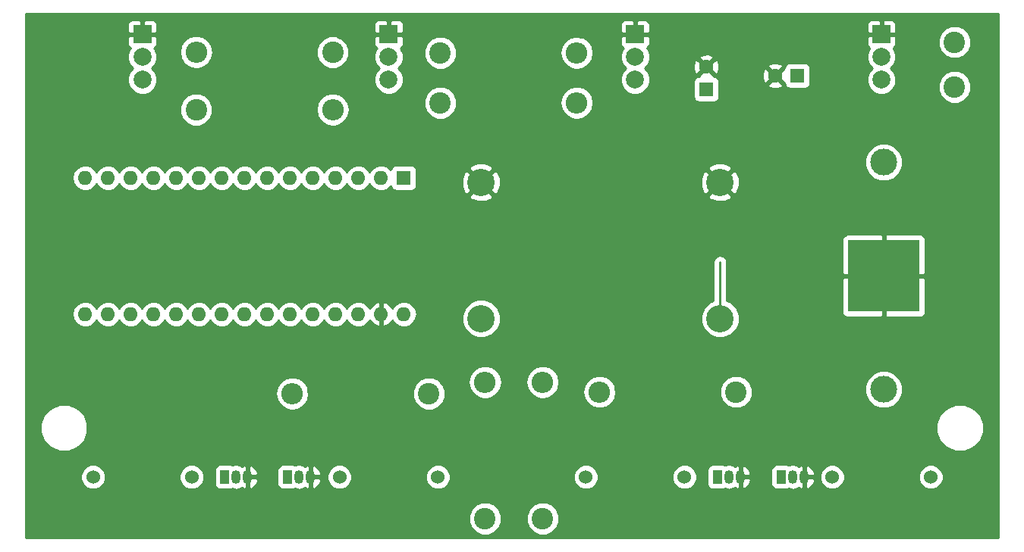
<source format=gbr>
G04 #@! TF.GenerationSoftware,KiCad,Pcbnew,5.0.2-bee76a0~70~ubuntu18.04.1*
G04 #@! TF.CreationDate,2019-01-02T21:03:54+01:00*
G04 #@! TF.ProjectId,magic-switchboard,6d616769-632d-4737-9769-746368626f61,v2*
G04 #@! TF.SameCoordinates,Original*
G04 #@! TF.FileFunction,Copper,L2,Bot*
G04 #@! TF.FilePolarity,Positive*
%FSLAX46Y46*%
G04 Gerber Fmt 4.6, Leading zero omitted, Abs format (unit mm)*
G04 Created by KiCad (PCBNEW 5.0.2-bee76a0~70~ubuntu18.04.1) date Mi 02 Jan 2019 21:03:54 CET*
%MOMM*%
%LPD*%
G01*
G04 APERTURE LIST*
G04 #@! TA.AperFunction,ComponentPad*
%ADD10O,1.600000X1.600000*%
G04 #@! TD*
G04 #@! TA.AperFunction,ComponentPad*
%ADD11R,1.600000X1.600000*%
G04 #@! TD*
G04 #@! TA.AperFunction,SMDPad,CuDef*
%ADD12R,8.000000X8.000000*%
G04 #@! TD*
G04 #@! TA.AperFunction,ComponentPad*
%ADD13C,3.000000*%
G04 #@! TD*
G04 #@! TA.AperFunction,ComponentPad*
%ADD14C,1.600000*%
G04 #@! TD*
G04 #@! TA.AperFunction,ComponentPad*
%ADD15R,1.050000X1.500000*%
G04 #@! TD*
G04 #@! TA.AperFunction,ComponentPad*
%ADD16O,1.050000X1.500000*%
G04 #@! TD*
G04 #@! TA.AperFunction,ComponentPad*
%ADD17O,2.400000X2.400000*%
G04 #@! TD*
G04 #@! TA.AperFunction,ComponentPad*
%ADD18C,2.400000*%
G04 #@! TD*
G04 #@! TA.AperFunction,ComponentPad*
%ADD19C,2.000000*%
G04 #@! TD*
G04 #@! TA.AperFunction,ComponentPad*
%ADD20R,2.000000X2.000000*%
G04 #@! TD*
G04 #@! TA.AperFunction,ComponentPad*
%ADD21C,3.048000*%
G04 #@! TD*
G04 #@! TA.AperFunction,ComponentPad*
%ADD22C,1.524000*%
G04 #@! TD*
G04 #@! TA.AperFunction,Conductor*
%ADD23C,0.250000*%
G04 #@! TD*
G04 #@! TA.AperFunction,Conductor*
%ADD24C,0.254000*%
G04 #@! TD*
G04 APERTURE END LIST*
D10*
G04 #@! TO.P,A1,16*
G04 #@! TO.N,N/C*
X97366000Y-114290000D03*
G04 #@! TO.P,A1,15*
X97366000Y-99050000D03*
G04 #@! TO.P,A1,30*
G04 #@! TO.N,VCC*
X132926000Y-114290000D03*
G04 #@! TO.P,A1,14*
G04 #@! TO.N,N/C*
X99906000Y-99050000D03*
G04 #@! TO.P,A1,29*
G04 #@! TO.N,GND*
X130386000Y-114290000D03*
G04 #@! TO.P,A1,13*
G04 #@! TO.N,N/C*
X102446000Y-99050000D03*
G04 #@! TO.P,A1,28*
X127846000Y-114290000D03*
G04 #@! TO.P,A1,12*
G04 #@! TO.N,Net-(A1-Pad12)*
X104986000Y-99050000D03*
G04 #@! TO.P,A1,27*
G04 #@! TO.N,N/C*
X125306000Y-114290000D03*
G04 #@! TO.P,A1,11*
G04 #@! TO.N,Net-(A1-Pad11)*
X107526000Y-99050000D03*
G04 #@! TO.P,A1,26*
G04 #@! TO.N,N/C*
X122766000Y-114290000D03*
G04 #@! TO.P,A1,10*
G04 #@! TO.N,Net-(A1-Pad10)*
X110066000Y-99050000D03*
G04 #@! TO.P,A1,25*
G04 #@! TO.N,N/C*
X120226000Y-114290000D03*
G04 #@! TO.P,A1,9*
G04 #@! TO.N,Net-(A1-Pad9)*
X112606000Y-99050000D03*
G04 #@! TO.P,A1,24*
G04 #@! TO.N,N/C*
X117686000Y-114290000D03*
G04 #@! TO.P,A1,8*
G04 #@! TO.N,Net-(A1-Pad8)*
X115146000Y-99050000D03*
G04 #@! TO.P,A1,23*
G04 #@! TO.N,N/C*
X115146000Y-114290000D03*
G04 #@! TO.P,A1,7*
G04 #@! TO.N,Net-(A1-Pad7)*
X117686000Y-99050000D03*
G04 #@! TO.P,A1,22*
G04 #@! TO.N,N/C*
X112606000Y-114290000D03*
G04 #@! TO.P,A1,6*
G04 #@! TO.N,Net-(A1-Pad6)*
X120226000Y-99050000D03*
G04 #@! TO.P,A1,21*
G04 #@! TO.N,N/C*
X110066000Y-114290000D03*
G04 #@! TO.P,A1,5*
G04 #@! TO.N,Net-(A1-Pad5)*
X122766000Y-99050000D03*
G04 #@! TO.P,A1,20*
G04 #@! TO.N,N/C*
X107526000Y-114290000D03*
G04 #@! TO.P,A1,4*
X125306000Y-99050000D03*
G04 #@! TO.P,A1,19*
X104986000Y-114290000D03*
G04 #@! TO.P,A1,3*
X127846000Y-99050000D03*
G04 #@! TO.P,A1,18*
X102446000Y-114290000D03*
G04 #@! TO.P,A1,2*
X130386000Y-99050000D03*
G04 #@! TO.P,A1,17*
X99906000Y-114290000D03*
D11*
G04 #@! TO.P,A1,1*
X132926000Y-99050000D03*
G04 #@! TD*
D12*
G04 #@! TO.P,BT1,2*
G04 #@! TO.N,GND*
X186500000Y-110000000D03*
D13*
G04 #@! TO.P,BT1,1*
G04 #@! TO.N,Net-(BT1-Pad1)*
X186500000Y-122700000D03*
X186500000Y-97300000D03*
G04 #@! TD*
D14*
G04 #@! TO.P,C1,2*
G04 #@! TO.N,GND*
X174368000Y-87620000D03*
D11*
G04 #@! TO.P,C1,1*
G04 #@! TO.N,Net-(C1-Pad1)*
X176868000Y-87620000D03*
G04 #@! TD*
D14*
G04 #@! TO.P,C2,2*
G04 #@! TO.N,GND*
X166708000Y-86644000D03*
D11*
G04 #@! TO.P,C2,1*
G04 #@! TO.N,VCC*
X166708000Y-89144000D03*
G04 #@! TD*
D15*
G04 #@! TO.P,Q1,1*
G04 #@! TO.N,Net-(D1-Pad1)*
X175090000Y-132500000D03*
D16*
G04 #@! TO.P,Q1,3*
G04 #@! TO.N,GND*
X177630000Y-132500000D03*
G04 #@! TO.P,Q1,2*
G04 #@! TO.N,Net-(Q1-Pad2)*
X176360000Y-132500000D03*
G04 #@! TD*
D15*
G04 #@! TO.P,Q2,1*
G04 #@! TO.N,Net-(D2-Pad1)*
X112960000Y-132500000D03*
D16*
G04 #@! TO.P,Q2,3*
G04 #@! TO.N,GND*
X115500000Y-132500000D03*
G04 #@! TO.P,Q2,2*
G04 #@! TO.N,Net-(Q2-Pad2)*
X114230000Y-132500000D03*
G04 #@! TD*
D15*
G04 #@! TO.P,Q3,1*
G04 #@! TO.N,Net-(D3-Pad1)*
X119972000Y-132500000D03*
D16*
G04 #@! TO.P,Q3,3*
G04 #@! TO.N,GND*
X122512000Y-132500000D03*
G04 #@! TO.P,Q3,2*
G04 #@! TO.N,Net-(Q3-Pad2)*
X121242000Y-132500000D03*
G04 #@! TD*
D15*
G04 #@! TO.P,Q4,1*
G04 #@! TO.N,Net-(D4-Pad1)*
X167960000Y-132500000D03*
D16*
G04 #@! TO.P,Q4,3*
G04 #@! TO.N,GND*
X170500000Y-132500000D03*
G04 #@! TO.P,Q4,2*
G04 #@! TO.N,Net-(Q4-Pad2)*
X169230000Y-132500000D03*
G04 #@! TD*
D17*
G04 #@! TO.P,R1,2*
G04 #@! TO.N,Net-(R1-Pad2)*
X109760000Y-85000000D03*
D18*
G04 #@! TO.P,R1,1*
G04 #@! TO.N,Net-(A1-Pad5)*
X125000000Y-85000000D03*
G04 #@! TD*
D17*
G04 #@! TO.P,R2,2*
G04 #@! TO.N,Net-(R2-Pad2)*
X152230000Y-90668000D03*
D18*
G04 #@! TO.P,R2,1*
G04 #@! TO.N,Net-(A1-Pad6)*
X136990000Y-90668000D03*
G04 #@! TD*
D17*
G04 #@! TO.P,R3,2*
G04 #@! TO.N,Net-(R3-Pad2)*
X152230000Y-85080000D03*
D18*
G04 #@! TO.P,R3,1*
G04 #@! TO.N,Net-(A1-Pad7)*
X136990000Y-85080000D03*
G04 #@! TD*
D17*
G04 #@! TO.P,R4,2*
G04 #@! TO.N,Net-(R4-Pad2)*
X125000000Y-91430000D03*
D18*
G04 #@! TO.P,R4,1*
G04 #@! TO.N,Net-(A1-Pad8)*
X109760000Y-91430000D03*
G04 #@! TD*
D17*
G04 #@! TO.P,R5,2*
G04 #@! TO.N,Net-(A1-Pad9)*
X154770000Y-123000000D03*
D18*
G04 #@! TO.P,R5,1*
G04 #@! TO.N,Net-(Q1-Pad2)*
X170010000Y-123000000D03*
G04 #@! TD*
D17*
G04 #@! TO.P,R6,2*
G04 #@! TO.N,Net-(A1-Pad10)*
X120480000Y-123180000D03*
D18*
G04 #@! TO.P,R6,1*
G04 #@! TO.N,Net-(Q2-Pad2)*
X135720000Y-123180000D03*
G04 #@! TD*
D17*
G04 #@! TO.P,R7,2*
G04 #@! TO.N,Net-(A1-Pad11)*
X142000000Y-121910000D03*
D18*
G04 #@! TO.P,R7,1*
G04 #@! TO.N,Net-(Q3-Pad2)*
X142000000Y-137150000D03*
G04 #@! TD*
D17*
G04 #@! TO.P,R8,2*
G04 #@! TO.N,Net-(A1-Pad12)*
X148420000Y-121910000D03*
D18*
G04 #@! TO.P,R8,1*
G04 #@! TO.N,Net-(Q4-Pad2)*
X148420000Y-137150000D03*
G04 #@! TD*
D19*
G04 #@! TO.P,S1,3*
G04 #@! TO.N,VCC*
X103750000Y-88080000D03*
G04 #@! TO.P,S1,2*
G04 #@! TO.N,Net-(R1-Pad2)*
X103750000Y-85540000D03*
D20*
G04 #@! TO.P,S1,1*
G04 #@! TO.N,GND*
X103750000Y-83000000D03*
G04 #@! TD*
D19*
G04 #@! TO.P,S2,3*
G04 #@! TO.N,VCC*
X186250000Y-88080000D03*
G04 #@! TO.P,S2,2*
G04 #@! TO.N,Net-(R2-Pad2)*
X186250000Y-85540000D03*
D20*
G04 #@! TO.P,S2,1*
G04 #@! TO.N,GND*
X186250000Y-83000000D03*
G04 #@! TD*
D19*
G04 #@! TO.P,S3,3*
G04 #@! TO.N,VCC*
X158750000Y-88080000D03*
G04 #@! TO.P,S3,2*
G04 #@! TO.N,Net-(R3-Pad2)*
X158750000Y-85540000D03*
D20*
G04 #@! TO.P,S3,1*
G04 #@! TO.N,GND*
X158750000Y-83000000D03*
G04 #@! TD*
D19*
G04 #@! TO.P,S4,3*
G04 #@! TO.N,VCC*
X131250000Y-88080000D03*
G04 #@! TO.P,S4,2*
G04 #@! TO.N,Net-(R4-Pad2)*
X131250000Y-85540000D03*
D20*
G04 #@! TO.P,S4,1*
G04 #@! TO.N,GND*
X131250000Y-83000000D03*
G04 #@! TD*
D18*
G04 #@! TO.P,SW1,2*
G04 #@! TO.N,Net-(C1-Pad1)*
X194394000Y-83890000D03*
G04 #@! TO.P,SW1,1*
G04 #@! TO.N,Net-(BT1-Pad1)*
X194394000Y-88890000D03*
G04 #@! TD*
D21*
G04 #@! TO.P,U1,4*
G04 #@! TO.N,VCC*
X141562000Y-114798000D03*
G04 #@! TO.P,U1,3*
G04 #@! TO.N,GND*
X141562000Y-99558000D03*
G04 #@! TO.P,U1,2*
X168232000Y-99558000D03*
G04 #@! TO.P,U1,1*
G04 #@! TO.N,Net-(C1-Pad1)*
X168232000Y-114798000D03*
G04 #@! TD*
D22*
G04 #@! TO.P,D1,2*
G04 #@! TO.N,VCC*
X191750000Y-132500000D03*
G04 #@! TO.P,D1,1*
G04 #@! TO.N,Net-(D1-Pad1)*
X180750000Y-132500000D03*
G04 #@! TD*
G04 #@! TO.P,D2,2*
G04 #@! TO.N,VCC*
X98250000Y-132500000D03*
G04 #@! TO.P,D2,1*
G04 #@! TO.N,Net-(D2-Pad1)*
X109250000Y-132500000D03*
G04 #@! TD*
G04 #@! TO.P,D3,2*
G04 #@! TO.N,VCC*
X136750000Y-132500000D03*
G04 #@! TO.P,D3,1*
G04 #@! TO.N,Net-(D3-Pad1)*
X125750000Y-132500000D03*
G04 #@! TD*
G04 #@! TO.P,D4,2*
G04 #@! TO.N,VCC*
X153250000Y-132500000D03*
G04 #@! TO.P,D4,1*
G04 #@! TO.N,Net-(D4-Pad1)*
X164250000Y-132500000D03*
G04 #@! TD*
D23*
G04 #@! TO.N,Net-(C1-Pad1)*
X168232000Y-108482000D02*
X168232000Y-114798000D01*
G04 #@! TD*
D24*
G04 #@! TO.N,GND*
G36*
X199290000Y-139290000D02*
X90710000Y-139290000D01*
X90710000Y-136784996D01*
X140165000Y-136784996D01*
X140165000Y-137515004D01*
X140444362Y-138189444D01*
X140960556Y-138705638D01*
X141634996Y-138985000D01*
X142365004Y-138985000D01*
X143039444Y-138705638D01*
X143555638Y-138189444D01*
X143835000Y-137515004D01*
X143835000Y-136784996D01*
X146585000Y-136784996D01*
X146585000Y-137515004D01*
X146864362Y-138189444D01*
X147380556Y-138705638D01*
X148054996Y-138985000D01*
X148785004Y-138985000D01*
X149459444Y-138705638D01*
X149975638Y-138189444D01*
X150255000Y-137515004D01*
X150255000Y-136784996D01*
X149975638Y-136110556D01*
X149459444Y-135594362D01*
X148785004Y-135315000D01*
X148054996Y-135315000D01*
X147380556Y-135594362D01*
X146864362Y-136110556D01*
X146585000Y-136784996D01*
X143835000Y-136784996D01*
X143555638Y-136110556D01*
X143039444Y-135594362D01*
X142365004Y-135315000D01*
X141634996Y-135315000D01*
X140960556Y-135594362D01*
X140444362Y-136110556D01*
X140165000Y-136784996D01*
X90710000Y-136784996D01*
X90710000Y-132222119D01*
X96853000Y-132222119D01*
X96853000Y-132777881D01*
X97065680Y-133291337D01*
X97458663Y-133684320D01*
X97972119Y-133897000D01*
X98527881Y-133897000D01*
X99041337Y-133684320D01*
X99434320Y-133291337D01*
X99647000Y-132777881D01*
X99647000Y-132222119D01*
X107853000Y-132222119D01*
X107853000Y-132777881D01*
X108065680Y-133291337D01*
X108458663Y-133684320D01*
X108972119Y-133897000D01*
X109527881Y-133897000D01*
X110041337Y-133684320D01*
X110434320Y-133291337D01*
X110647000Y-132777881D01*
X110647000Y-132222119D01*
X110451443Y-131750000D01*
X111787560Y-131750000D01*
X111787560Y-133250000D01*
X111836843Y-133497765D01*
X111977191Y-133707809D01*
X112187235Y-133848157D01*
X112435000Y-133897440D01*
X113485000Y-133897440D01*
X113732765Y-133848157D01*
X113778134Y-133817842D01*
X114230000Y-133907725D01*
X114682609Y-133817695D01*
X114874996Y-133689146D01*
X115132664Y-133835266D01*
X115194190Y-133843964D01*
X115373000Y-133718163D01*
X115373000Y-132924709D01*
X115390000Y-132839245D01*
X115390000Y-132627000D01*
X115627000Y-132627000D01*
X115627000Y-133718163D01*
X115805810Y-133843964D01*
X115867336Y-133835266D01*
X116264255Y-133610179D01*
X116544823Y-133250331D01*
X116666326Y-132810506D01*
X116506593Y-132627000D01*
X115627000Y-132627000D01*
X115390000Y-132627000D01*
X115390000Y-132160754D01*
X115373000Y-132075290D01*
X115373000Y-131281837D01*
X115627000Y-131281837D01*
X115627000Y-132373000D01*
X116506593Y-132373000D01*
X116666326Y-132189494D01*
X116544915Y-131750000D01*
X118799560Y-131750000D01*
X118799560Y-133250000D01*
X118848843Y-133497765D01*
X118989191Y-133707809D01*
X119199235Y-133848157D01*
X119447000Y-133897440D01*
X120497000Y-133897440D01*
X120744765Y-133848157D01*
X120790134Y-133817842D01*
X121242000Y-133907725D01*
X121694609Y-133817695D01*
X121886996Y-133689146D01*
X122144664Y-133835266D01*
X122206190Y-133843964D01*
X122385000Y-133718163D01*
X122385000Y-132924709D01*
X122402000Y-132839245D01*
X122402000Y-132627000D01*
X122639000Y-132627000D01*
X122639000Y-133718163D01*
X122817810Y-133843964D01*
X122879336Y-133835266D01*
X123276255Y-133610179D01*
X123556823Y-133250331D01*
X123678326Y-132810506D01*
X123518593Y-132627000D01*
X122639000Y-132627000D01*
X122402000Y-132627000D01*
X122402000Y-132160754D01*
X122385000Y-132075290D01*
X122385000Y-131281837D01*
X122639000Y-131281837D01*
X122639000Y-132373000D01*
X123518593Y-132373000D01*
X123649927Y-132222119D01*
X124353000Y-132222119D01*
X124353000Y-132777881D01*
X124565680Y-133291337D01*
X124958663Y-133684320D01*
X125472119Y-133897000D01*
X126027881Y-133897000D01*
X126541337Y-133684320D01*
X126934320Y-133291337D01*
X127147000Y-132777881D01*
X127147000Y-132222119D01*
X135353000Y-132222119D01*
X135353000Y-132777881D01*
X135565680Y-133291337D01*
X135958663Y-133684320D01*
X136472119Y-133897000D01*
X137027881Y-133897000D01*
X137541337Y-133684320D01*
X137934320Y-133291337D01*
X138147000Y-132777881D01*
X138147000Y-132222119D01*
X151853000Y-132222119D01*
X151853000Y-132777881D01*
X152065680Y-133291337D01*
X152458663Y-133684320D01*
X152972119Y-133897000D01*
X153527881Y-133897000D01*
X154041337Y-133684320D01*
X154434320Y-133291337D01*
X154647000Y-132777881D01*
X154647000Y-132222119D01*
X162853000Y-132222119D01*
X162853000Y-132777881D01*
X163065680Y-133291337D01*
X163458663Y-133684320D01*
X163972119Y-133897000D01*
X164527881Y-133897000D01*
X165041337Y-133684320D01*
X165434320Y-133291337D01*
X165647000Y-132777881D01*
X165647000Y-132222119D01*
X165451443Y-131750000D01*
X166787560Y-131750000D01*
X166787560Y-133250000D01*
X166836843Y-133497765D01*
X166977191Y-133707809D01*
X167187235Y-133848157D01*
X167435000Y-133897440D01*
X168485000Y-133897440D01*
X168732765Y-133848157D01*
X168778134Y-133817842D01*
X169230000Y-133907725D01*
X169682609Y-133817695D01*
X169874996Y-133689146D01*
X170132664Y-133835266D01*
X170194190Y-133843964D01*
X170373000Y-133718163D01*
X170373000Y-132924709D01*
X170390000Y-132839245D01*
X170390000Y-132627000D01*
X170627000Y-132627000D01*
X170627000Y-133718163D01*
X170805810Y-133843964D01*
X170867336Y-133835266D01*
X171264255Y-133610179D01*
X171544823Y-133250331D01*
X171666326Y-132810506D01*
X171506593Y-132627000D01*
X170627000Y-132627000D01*
X170390000Y-132627000D01*
X170390000Y-132160754D01*
X170373000Y-132075290D01*
X170373000Y-131281837D01*
X170627000Y-131281837D01*
X170627000Y-132373000D01*
X171506593Y-132373000D01*
X171666326Y-132189494D01*
X171544915Y-131750000D01*
X173917560Y-131750000D01*
X173917560Y-133250000D01*
X173966843Y-133497765D01*
X174107191Y-133707809D01*
X174317235Y-133848157D01*
X174565000Y-133897440D01*
X175615000Y-133897440D01*
X175862765Y-133848157D01*
X175908134Y-133817842D01*
X176360000Y-133907725D01*
X176812609Y-133817695D01*
X177004996Y-133689146D01*
X177262664Y-133835266D01*
X177324190Y-133843964D01*
X177503000Y-133718163D01*
X177503000Y-132924709D01*
X177520000Y-132839245D01*
X177520000Y-132627000D01*
X177757000Y-132627000D01*
X177757000Y-133718163D01*
X177935810Y-133843964D01*
X177997336Y-133835266D01*
X178394255Y-133610179D01*
X178674823Y-133250331D01*
X178796326Y-132810506D01*
X178636593Y-132627000D01*
X177757000Y-132627000D01*
X177520000Y-132627000D01*
X177520000Y-132160754D01*
X177503000Y-132075290D01*
X177503000Y-131281837D01*
X177757000Y-131281837D01*
X177757000Y-132373000D01*
X178636593Y-132373000D01*
X178767927Y-132222119D01*
X179353000Y-132222119D01*
X179353000Y-132777881D01*
X179565680Y-133291337D01*
X179958663Y-133684320D01*
X180472119Y-133897000D01*
X181027881Y-133897000D01*
X181541337Y-133684320D01*
X181934320Y-133291337D01*
X182147000Y-132777881D01*
X182147000Y-132222119D01*
X190353000Y-132222119D01*
X190353000Y-132777881D01*
X190565680Y-133291337D01*
X190958663Y-133684320D01*
X191472119Y-133897000D01*
X192027881Y-133897000D01*
X192541337Y-133684320D01*
X192934320Y-133291337D01*
X193147000Y-132777881D01*
X193147000Y-132222119D01*
X192934320Y-131708663D01*
X192541337Y-131315680D01*
X192027881Y-131103000D01*
X191472119Y-131103000D01*
X190958663Y-131315680D01*
X190565680Y-131708663D01*
X190353000Y-132222119D01*
X182147000Y-132222119D01*
X181934320Y-131708663D01*
X181541337Y-131315680D01*
X181027881Y-131103000D01*
X180472119Y-131103000D01*
X179958663Y-131315680D01*
X179565680Y-131708663D01*
X179353000Y-132222119D01*
X178767927Y-132222119D01*
X178796326Y-132189494D01*
X178674823Y-131749669D01*
X178394255Y-131389821D01*
X177997336Y-131164734D01*
X177935810Y-131156036D01*
X177757000Y-131281837D01*
X177503000Y-131281837D01*
X177324190Y-131156036D01*
X177262664Y-131164734D01*
X177004996Y-131310854D01*
X176812608Y-131182305D01*
X176360000Y-131092275D01*
X175908133Y-131182157D01*
X175862765Y-131151843D01*
X175615000Y-131102560D01*
X174565000Y-131102560D01*
X174317235Y-131151843D01*
X174107191Y-131292191D01*
X173966843Y-131502235D01*
X173917560Y-131750000D01*
X171544915Y-131750000D01*
X171544823Y-131749669D01*
X171264255Y-131389821D01*
X170867336Y-131164734D01*
X170805810Y-131156036D01*
X170627000Y-131281837D01*
X170373000Y-131281837D01*
X170194190Y-131156036D01*
X170132664Y-131164734D01*
X169874996Y-131310854D01*
X169682608Y-131182305D01*
X169230000Y-131092275D01*
X168778133Y-131182157D01*
X168732765Y-131151843D01*
X168485000Y-131102560D01*
X167435000Y-131102560D01*
X167187235Y-131151843D01*
X166977191Y-131292191D01*
X166836843Y-131502235D01*
X166787560Y-131750000D01*
X165451443Y-131750000D01*
X165434320Y-131708663D01*
X165041337Y-131315680D01*
X164527881Y-131103000D01*
X163972119Y-131103000D01*
X163458663Y-131315680D01*
X163065680Y-131708663D01*
X162853000Y-132222119D01*
X154647000Y-132222119D01*
X154434320Y-131708663D01*
X154041337Y-131315680D01*
X153527881Y-131103000D01*
X152972119Y-131103000D01*
X152458663Y-131315680D01*
X152065680Y-131708663D01*
X151853000Y-132222119D01*
X138147000Y-132222119D01*
X137934320Y-131708663D01*
X137541337Y-131315680D01*
X137027881Y-131103000D01*
X136472119Y-131103000D01*
X135958663Y-131315680D01*
X135565680Y-131708663D01*
X135353000Y-132222119D01*
X127147000Y-132222119D01*
X126934320Y-131708663D01*
X126541337Y-131315680D01*
X126027881Y-131103000D01*
X125472119Y-131103000D01*
X124958663Y-131315680D01*
X124565680Y-131708663D01*
X124353000Y-132222119D01*
X123649927Y-132222119D01*
X123678326Y-132189494D01*
X123556823Y-131749669D01*
X123276255Y-131389821D01*
X122879336Y-131164734D01*
X122817810Y-131156036D01*
X122639000Y-131281837D01*
X122385000Y-131281837D01*
X122206190Y-131156036D01*
X122144664Y-131164734D01*
X121886996Y-131310854D01*
X121694608Y-131182305D01*
X121242000Y-131092275D01*
X120790133Y-131182157D01*
X120744765Y-131151843D01*
X120497000Y-131102560D01*
X119447000Y-131102560D01*
X119199235Y-131151843D01*
X118989191Y-131292191D01*
X118848843Y-131502235D01*
X118799560Y-131750000D01*
X116544915Y-131750000D01*
X116544823Y-131749669D01*
X116264255Y-131389821D01*
X115867336Y-131164734D01*
X115805810Y-131156036D01*
X115627000Y-131281837D01*
X115373000Y-131281837D01*
X115194190Y-131156036D01*
X115132664Y-131164734D01*
X114874996Y-131310854D01*
X114682608Y-131182305D01*
X114230000Y-131092275D01*
X113778133Y-131182157D01*
X113732765Y-131151843D01*
X113485000Y-131102560D01*
X112435000Y-131102560D01*
X112187235Y-131151843D01*
X111977191Y-131292191D01*
X111836843Y-131502235D01*
X111787560Y-131750000D01*
X110451443Y-131750000D01*
X110434320Y-131708663D01*
X110041337Y-131315680D01*
X109527881Y-131103000D01*
X108972119Y-131103000D01*
X108458663Y-131315680D01*
X108065680Y-131708663D01*
X107853000Y-132222119D01*
X99647000Y-132222119D01*
X99434320Y-131708663D01*
X99041337Y-131315680D01*
X98527881Y-131103000D01*
X97972119Y-131103000D01*
X97458663Y-131315680D01*
X97065680Y-131708663D01*
X96853000Y-132222119D01*
X90710000Y-132222119D01*
X90710000Y-126475866D01*
X92365000Y-126475866D01*
X92365000Y-127524134D01*
X92766155Y-128492608D01*
X93507392Y-129233845D01*
X94475866Y-129635000D01*
X95524134Y-129635000D01*
X96492608Y-129233845D01*
X97233845Y-128492608D01*
X97635000Y-127524134D01*
X97635000Y-126475866D01*
X192365000Y-126475866D01*
X192365000Y-127524134D01*
X192766155Y-128492608D01*
X193507392Y-129233845D01*
X194475866Y-129635000D01*
X195524134Y-129635000D01*
X196492608Y-129233845D01*
X197233845Y-128492608D01*
X197635000Y-127524134D01*
X197635000Y-126475866D01*
X197233845Y-125507392D01*
X196492608Y-124766155D01*
X195524134Y-124365000D01*
X194475866Y-124365000D01*
X193507392Y-124766155D01*
X192766155Y-125507392D01*
X192365000Y-126475866D01*
X97635000Y-126475866D01*
X97233845Y-125507392D01*
X96492608Y-124766155D01*
X95524134Y-124365000D01*
X94475866Y-124365000D01*
X93507392Y-124766155D01*
X92766155Y-125507392D01*
X92365000Y-126475866D01*
X90710000Y-126475866D01*
X90710000Y-123180000D01*
X118609051Y-123180000D01*
X118751469Y-123895981D01*
X119157039Y-124502961D01*
X119764019Y-124908531D01*
X120299273Y-125015000D01*
X120660727Y-125015000D01*
X121195981Y-124908531D01*
X121802961Y-124502961D01*
X122208531Y-123895981D01*
X122350949Y-123180000D01*
X122278345Y-122814996D01*
X133885000Y-122814996D01*
X133885000Y-123545004D01*
X134164362Y-124219444D01*
X134680556Y-124735638D01*
X135354996Y-125015000D01*
X136085004Y-125015000D01*
X136759444Y-124735638D01*
X137275638Y-124219444D01*
X137555000Y-123545004D01*
X137555000Y-122814996D01*
X137275638Y-122140556D01*
X137045082Y-121910000D01*
X140129051Y-121910000D01*
X140271469Y-122625981D01*
X140677039Y-123232961D01*
X141284019Y-123638531D01*
X141819273Y-123745000D01*
X142180727Y-123745000D01*
X142715981Y-123638531D01*
X143322961Y-123232961D01*
X143728531Y-122625981D01*
X143870949Y-121910000D01*
X146549051Y-121910000D01*
X146691469Y-122625981D01*
X147097039Y-123232961D01*
X147704019Y-123638531D01*
X148239273Y-123745000D01*
X148600727Y-123745000D01*
X149135981Y-123638531D01*
X149742961Y-123232961D01*
X149898620Y-123000000D01*
X152899051Y-123000000D01*
X153041469Y-123715981D01*
X153447039Y-124322961D01*
X154054019Y-124728531D01*
X154589273Y-124835000D01*
X154950727Y-124835000D01*
X155485981Y-124728531D01*
X156092961Y-124322961D01*
X156498531Y-123715981D01*
X156640949Y-123000000D01*
X156568345Y-122634996D01*
X168175000Y-122634996D01*
X168175000Y-123365004D01*
X168454362Y-124039444D01*
X168970556Y-124555638D01*
X169644996Y-124835000D01*
X170375004Y-124835000D01*
X171049444Y-124555638D01*
X171565638Y-124039444D01*
X171845000Y-123365004D01*
X171845000Y-122634996D01*
X171696019Y-122275322D01*
X184365000Y-122275322D01*
X184365000Y-123124678D01*
X184690034Y-123909380D01*
X185290620Y-124509966D01*
X186075322Y-124835000D01*
X186924678Y-124835000D01*
X187709380Y-124509966D01*
X188309966Y-123909380D01*
X188635000Y-123124678D01*
X188635000Y-122275322D01*
X188309966Y-121490620D01*
X187709380Y-120890034D01*
X186924678Y-120565000D01*
X186075322Y-120565000D01*
X185290620Y-120890034D01*
X184690034Y-121490620D01*
X184365000Y-122275322D01*
X171696019Y-122275322D01*
X171565638Y-121960556D01*
X171049444Y-121444362D01*
X170375004Y-121165000D01*
X169644996Y-121165000D01*
X168970556Y-121444362D01*
X168454362Y-121960556D01*
X168175000Y-122634996D01*
X156568345Y-122634996D01*
X156498531Y-122284019D01*
X156092961Y-121677039D01*
X155485981Y-121271469D01*
X154950727Y-121165000D01*
X154589273Y-121165000D01*
X154054019Y-121271469D01*
X153447039Y-121677039D01*
X153041469Y-122284019D01*
X152899051Y-123000000D01*
X149898620Y-123000000D01*
X150148531Y-122625981D01*
X150290949Y-121910000D01*
X150148531Y-121194019D01*
X149742961Y-120587039D01*
X149135981Y-120181469D01*
X148600727Y-120075000D01*
X148239273Y-120075000D01*
X147704019Y-120181469D01*
X147097039Y-120587039D01*
X146691469Y-121194019D01*
X146549051Y-121910000D01*
X143870949Y-121910000D01*
X143728531Y-121194019D01*
X143322961Y-120587039D01*
X142715981Y-120181469D01*
X142180727Y-120075000D01*
X141819273Y-120075000D01*
X141284019Y-120181469D01*
X140677039Y-120587039D01*
X140271469Y-121194019D01*
X140129051Y-121910000D01*
X137045082Y-121910000D01*
X136759444Y-121624362D01*
X136085004Y-121345000D01*
X135354996Y-121345000D01*
X134680556Y-121624362D01*
X134164362Y-122140556D01*
X133885000Y-122814996D01*
X122278345Y-122814996D01*
X122208531Y-122464019D01*
X121802961Y-121857039D01*
X121195981Y-121451469D01*
X120660727Y-121345000D01*
X120299273Y-121345000D01*
X119764019Y-121451469D01*
X119157039Y-121857039D01*
X118751469Y-122464019D01*
X118609051Y-123180000D01*
X90710000Y-123180000D01*
X90710000Y-114290000D01*
X95902887Y-114290000D01*
X96014260Y-114849909D01*
X96331423Y-115324577D01*
X96806091Y-115641740D01*
X97224667Y-115725000D01*
X97507333Y-115725000D01*
X97925909Y-115641740D01*
X98400577Y-115324577D01*
X98636000Y-114972242D01*
X98871423Y-115324577D01*
X99346091Y-115641740D01*
X99764667Y-115725000D01*
X100047333Y-115725000D01*
X100465909Y-115641740D01*
X100940577Y-115324577D01*
X101176000Y-114972242D01*
X101411423Y-115324577D01*
X101886091Y-115641740D01*
X102304667Y-115725000D01*
X102587333Y-115725000D01*
X103005909Y-115641740D01*
X103480577Y-115324577D01*
X103716000Y-114972242D01*
X103951423Y-115324577D01*
X104426091Y-115641740D01*
X104844667Y-115725000D01*
X105127333Y-115725000D01*
X105545909Y-115641740D01*
X106020577Y-115324577D01*
X106256000Y-114972242D01*
X106491423Y-115324577D01*
X106966091Y-115641740D01*
X107384667Y-115725000D01*
X107667333Y-115725000D01*
X108085909Y-115641740D01*
X108560577Y-115324577D01*
X108796000Y-114972242D01*
X109031423Y-115324577D01*
X109506091Y-115641740D01*
X109924667Y-115725000D01*
X110207333Y-115725000D01*
X110625909Y-115641740D01*
X111100577Y-115324577D01*
X111336000Y-114972242D01*
X111571423Y-115324577D01*
X112046091Y-115641740D01*
X112464667Y-115725000D01*
X112747333Y-115725000D01*
X113165909Y-115641740D01*
X113640577Y-115324577D01*
X113876000Y-114972242D01*
X114111423Y-115324577D01*
X114586091Y-115641740D01*
X115004667Y-115725000D01*
X115287333Y-115725000D01*
X115705909Y-115641740D01*
X116180577Y-115324577D01*
X116416000Y-114972242D01*
X116651423Y-115324577D01*
X117126091Y-115641740D01*
X117544667Y-115725000D01*
X117827333Y-115725000D01*
X118245909Y-115641740D01*
X118720577Y-115324577D01*
X118956000Y-114972242D01*
X119191423Y-115324577D01*
X119666091Y-115641740D01*
X120084667Y-115725000D01*
X120367333Y-115725000D01*
X120785909Y-115641740D01*
X121260577Y-115324577D01*
X121496000Y-114972242D01*
X121731423Y-115324577D01*
X122206091Y-115641740D01*
X122624667Y-115725000D01*
X122907333Y-115725000D01*
X123325909Y-115641740D01*
X123800577Y-115324577D01*
X124036000Y-114972242D01*
X124271423Y-115324577D01*
X124746091Y-115641740D01*
X125164667Y-115725000D01*
X125447333Y-115725000D01*
X125865909Y-115641740D01*
X126340577Y-115324577D01*
X126576000Y-114972242D01*
X126811423Y-115324577D01*
X127286091Y-115641740D01*
X127704667Y-115725000D01*
X127987333Y-115725000D01*
X128405909Y-115641740D01*
X128880577Y-115324577D01*
X129136947Y-114940892D01*
X129233611Y-115145134D01*
X129648577Y-115521041D01*
X130036961Y-115681904D01*
X130259000Y-115559915D01*
X130259000Y-114417000D01*
X130239000Y-114417000D01*
X130239000Y-114163000D01*
X130259000Y-114163000D01*
X130259000Y-113020085D01*
X130513000Y-113020085D01*
X130513000Y-114163000D01*
X130533000Y-114163000D01*
X130533000Y-114417000D01*
X130513000Y-114417000D01*
X130513000Y-115559915D01*
X130735039Y-115681904D01*
X131123423Y-115521041D01*
X131538389Y-115145134D01*
X131635053Y-114940892D01*
X131891423Y-115324577D01*
X132366091Y-115641740D01*
X132784667Y-115725000D01*
X133067333Y-115725000D01*
X133485909Y-115641740D01*
X133960577Y-115324577D01*
X134277740Y-114849909D01*
X134373488Y-114368548D01*
X139403000Y-114368548D01*
X139403000Y-115227452D01*
X139731688Y-116020975D01*
X140339025Y-116628312D01*
X141132548Y-116957000D01*
X141991452Y-116957000D01*
X142784975Y-116628312D01*
X143392312Y-116020975D01*
X143721000Y-115227452D01*
X143721000Y-114368548D01*
X166073000Y-114368548D01*
X166073000Y-115227452D01*
X166401688Y-116020975D01*
X167009025Y-116628312D01*
X167802548Y-116957000D01*
X168661452Y-116957000D01*
X169454975Y-116628312D01*
X170062312Y-116020975D01*
X170391000Y-115227452D01*
X170391000Y-114368548D01*
X170062312Y-113575025D01*
X169454975Y-112967688D01*
X168992000Y-112775917D01*
X168992000Y-110285750D01*
X181865000Y-110285750D01*
X181865000Y-114126309D01*
X181961673Y-114359698D01*
X182140301Y-114538327D01*
X182373690Y-114635000D01*
X186214250Y-114635000D01*
X186373000Y-114476250D01*
X186373000Y-110127000D01*
X186627000Y-110127000D01*
X186627000Y-114476250D01*
X186785750Y-114635000D01*
X190626310Y-114635000D01*
X190859699Y-114538327D01*
X191038327Y-114359698D01*
X191135000Y-114126309D01*
X191135000Y-110285750D01*
X190976250Y-110127000D01*
X186627000Y-110127000D01*
X186373000Y-110127000D01*
X182023750Y-110127000D01*
X181865000Y-110285750D01*
X168992000Y-110285750D01*
X168992000Y-108407148D01*
X168947904Y-108185463D01*
X168779929Y-107934071D01*
X168528536Y-107766096D01*
X168232000Y-107707111D01*
X167935463Y-107766096D01*
X167684071Y-107934071D01*
X167516096Y-108185464D01*
X167472000Y-108407149D01*
X167472001Y-112775917D01*
X167009025Y-112967688D01*
X166401688Y-113575025D01*
X166073000Y-114368548D01*
X143721000Y-114368548D01*
X143392312Y-113575025D01*
X142784975Y-112967688D01*
X141991452Y-112639000D01*
X141132548Y-112639000D01*
X140339025Y-112967688D01*
X139731688Y-113575025D01*
X139403000Y-114368548D01*
X134373488Y-114368548D01*
X134389113Y-114290000D01*
X134277740Y-113730091D01*
X133960577Y-113255423D01*
X133485909Y-112938260D01*
X133067333Y-112855000D01*
X132784667Y-112855000D01*
X132366091Y-112938260D01*
X131891423Y-113255423D01*
X131635053Y-113639108D01*
X131538389Y-113434866D01*
X131123423Y-113058959D01*
X130735039Y-112898096D01*
X130513000Y-113020085D01*
X130259000Y-113020085D01*
X130036961Y-112898096D01*
X129648577Y-113058959D01*
X129233611Y-113434866D01*
X129136947Y-113639108D01*
X128880577Y-113255423D01*
X128405909Y-112938260D01*
X127987333Y-112855000D01*
X127704667Y-112855000D01*
X127286091Y-112938260D01*
X126811423Y-113255423D01*
X126576000Y-113607758D01*
X126340577Y-113255423D01*
X125865909Y-112938260D01*
X125447333Y-112855000D01*
X125164667Y-112855000D01*
X124746091Y-112938260D01*
X124271423Y-113255423D01*
X124036000Y-113607758D01*
X123800577Y-113255423D01*
X123325909Y-112938260D01*
X122907333Y-112855000D01*
X122624667Y-112855000D01*
X122206091Y-112938260D01*
X121731423Y-113255423D01*
X121496000Y-113607758D01*
X121260577Y-113255423D01*
X120785909Y-112938260D01*
X120367333Y-112855000D01*
X120084667Y-112855000D01*
X119666091Y-112938260D01*
X119191423Y-113255423D01*
X118956000Y-113607758D01*
X118720577Y-113255423D01*
X118245909Y-112938260D01*
X117827333Y-112855000D01*
X117544667Y-112855000D01*
X117126091Y-112938260D01*
X116651423Y-113255423D01*
X116416000Y-113607758D01*
X116180577Y-113255423D01*
X115705909Y-112938260D01*
X115287333Y-112855000D01*
X115004667Y-112855000D01*
X114586091Y-112938260D01*
X114111423Y-113255423D01*
X113876000Y-113607758D01*
X113640577Y-113255423D01*
X113165909Y-112938260D01*
X112747333Y-112855000D01*
X112464667Y-112855000D01*
X112046091Y-112938260D01*
X111571423Y-113255423D01*
X111336000Y-113607758D01*
X111100577Y-113255423D01*
X110625909Y-112938260D01*
X110207333Y-112855000D01*
X109924667Y-112855000D01*
X109506091Y-112938260D01*
X109031423Y-113255423D01*
X108796000Y-113607758D01*
X108560577Y-113255423D01*
X108085909Y-112938260D01*
X107667333Y-112855000D01*
X107384667Y-112855000D01*
X106966091Y-112938260D01*
X106491423Y-113255423D01*
X106256000Y-113607758D01*
X106020577Y-113255423D01*
X105545909Y-112938260D01*
X105127333Y-112855000D01*
X104844667Y-112855000D01*
X104426091Y-112938260D01*
X103951423Y-113255423D01*
X103716000Y-113607758D01*
X103480577Y-113255423D01*
X103005909Y-112938260D01*
X102587333Y-112855000D01*
X102304667Y-112855000D01*
X101886091Y-112938260D01*
X101411423Y-113255423D01*
X101176000Y-113607758D01*
X100940577Y-113255423D01*
X100465909Y-112938260D01*
X100047333Y-112855000D01*
X99764667Y-112855000D01*
X99346091Y-112938260D01*
X98871423Y-113255423D01*
X98636000Y-113607758D01*
X98400577Y-113255423D01*
X97925909Y-112938260D01*
X97507333Y-112855000D01*
X97224667Y-112855000D01*
X96806091Y-112938260D01*
X96331423Y-113255423D01*
X96014260Y-113730091D01*
X95902887Y-114290000D01*
X90710000Y-114290000D01*
X90710000Y-105873691D01*
X181865000Y-105873691D01*
X181865000Y-109714250D01*
X182023750Y-109873000D01*
X186373000Y-109873000D01*
X186373000Y-105523750D01*
X186627000Y-105523750D01*
X186627000Y-109873000D01*
X190976250Y-109873000D01*
X191135000Y-109714250D01*
X191135000Y-105873691D01*
X191038327Y-105640302D01*
X190859699Y-105461673D01*
X190626310Y-105365000D01*
X186785750Y-105365000D01*
X186627000Y-105523750D01*
X186373000Y-105523750D01*
X186214250Y-105365000D01*
X182373690Y-105365000D01*
X182140301Y-105461673D01*
X181961673Y-105640302D01*
X181865000Y-105873691D01*
X90710000Y-105873691D01*
X90710000Y-101089307D01*
X140210298Y-101089307D01*
X140373011Y-101410568D01*
X141172464Y-101724556D01*
X142031221Y-101708706D01*
X142750989Y-101410568D01*
X142913702Y-101089307D01*
X166880298Y-101089307D01*
X167043011Y-101410568D01*
X167842464Y-101724556D01*
X168701221Y-101708706D01*
X169420989Y-101410568D01*
X169583702Y-101089307D01*
X168232000Y-99737605D01*
X166880298Y-101089307D01*
X142913702Y-101089307D01*
X141562000Y-99737605D01*
X140210298Y-101089307D01*
X90710000Y-101089307D01*
X90710000Y-99050000D01*
X95902887Y-99050000D01*
X96014260Y-99609909D01*
X96331423Y-100084577D01*
X96806091Y-100401740D01*
X97224667Y-100485000D01*
X97507333Y-100485000D01*
X97925909Y-100401740D01*
X98400577Y-100084577D01*
X98636000Y-99732242D01*
X98871423Y-100084577D01*
X99346091Y-100401740D01*
X99764667Y-100485000D01*
X100047333Y-100485000D01*
X100465909Y-100401740D01*
X100940577Y-100084577D01*
X101176000Y-99732242D01*
X101411423Y-100084577D01*
X101886091Y-100401740D01*
X102304667Y-100485000D01*
X102587333Y-100485000D01*
X103005909Y-100401740D01*
X103480577Y-100084577D01*
X103716000Y-99732242D01*
X103951423Y-100084577D01*
X104426091Y-100401740D01*
X104844667Y-100485000D01*
X105127333Y-100485000D01*
X105545909Y-100401740D01*
X106020577Y-100084577D01*
X106256000Y-99732242D01*
X106491423Y-100084577D01*
X106966091Y-100401740D01*
X107384667Y-100485000D01*
X107667333Y-100485000D01*
X108085909Y-100401740D01*
X108560577Y-100084577D01*
X108796000Y-99732242D01*
X109031423Y-100084577D01*
X109506091Y-100401740D01*
X109924667Y-100485000D01*
X110207333Y-100485000D01*
X110625909Y-100401740D01*
X111100577Y-100084577D01*
X111336000Y-99732242D01*
X111571423Y-100084577D01*
X112046091Y-100401740D01*
X112464667Y-100485000D01*
X112747333Y-100485000D01*
X113165909Y-100401740D01*
X113640577Y-100084577D01*
X113876000Y-99732242D01*
X114111423Y-100084577D01*
X114586091Y-100401740D01*
X115004667Y-100485000D01*
X115287333Y-100485000D01*
X115705909Y-100401740D01*
X116180577Y-100084577D01*
X116416000Y-99732242D01*
X116651423Y-100084577D01*
X117126091Y-100401740D01*
X117544667Y-100485000D01*
X117827333Y-100485000D01*
X118245909Y-100401740D01*
X118720577Y-100084577D01*
X118956000Y-99732242D01*
X119191423Y-100084577D01*
X119666091Y-100401740D01*
X120084667Y-100485000D01*
X120367333Y-100485000D01*
X120785909Y-100401740D01*
X121260577Y-100084577D01*
X121496000Y-99732242D01*
X121731423Y-100084577D01*
X122206091Y-100401740D01*
X122624667Y-100485000D01*
X122907333Y-100485000D01*
X123325909Y-100401740D01*
X123800577Y-100084577D01*
X124036000Y-99732242D01*
X124271423Y-100084577D01*
X124746091Y-100401740D01*
X125164667Y-100485000D01*
X125447333Y-100485000D01*
X125865909Y-100401740D01*
X126340577Y-100084577D01*
X126576000Y-99732242D01*
X126811423Y-100084577D01*
X127286091Y-100401740D01*
X127704667Y-100485000D01*
X127987333Y-100485000D01*
X128405909Y-100401740D01*
X128880577Y-100084577D01*
X129116000Y-99732242D01*
X129351423Y-100084577D01*
X129826091Y-100401740D01*
X130244667Y-100485000D01*
X130527333Y-100485000D01*
X130945909Y-100401740D01*
X131420577Y-100084577D01*
X131501215Y-99963894D01*
X131527843Y-100097765D01*
X131668191Y-100307809D01*
X131878235Y-100448157D01*
X132126000Y-100497440D01*
X133726000Y-100497440D01*
X133973765Y-100448157D01*
X134183809Y-100307809D01*
X134324157Y-100097765D01*
X134373440Y-99850000D01*
X134373440Y-99168464D01*
X139395444Y-99168464D01*
X139411294Y-100027221D01*
X139709432Y-100746989D01*
X140030693Y-100909702D01*
X141382395Y-99558000D01*
X141741605Y-99558000D01*
X143093307Y-100909702D01*
X143414568Y-100746989D01*
X143728556Y-99947536D01*
X143714177Y-99168464D01*
X166065444Y-99168464D01*
X166081294Y-100027221D01*
X166379432Y-100746989D01*
X166700693Y-100909702D01*
X168052395Y-99558000D01*
X168411605Y-99558000D01*
X169763307Y-100909702D01*
X170084568Y-100746989D01*
X170398556Y-99947536D01*
X170382706Y-99088779D01*
X170084568Y-98369011D01*
X169763307Y-98206298D01*
X168411605Y-99558000D01*
X168052395Y-99558000D01*
X166700693Y-98206298D01*
X166379432Y-98369011D01*
X166065444Y-99168464D01*
X143714177Y-99168464D01*
X143712706Y-99088779D01*
X143414568Y-98369011D01*
X143093307Y-98206298D01*
X141741605Y-99558000D01*
X141382395Y-99558000D01*
X140030693Y-98206298D01*
X139709432Y-98369011D01*
X139395444Y-99168464D01*
X134373440Y-99168464D01*
X134373440Y-98250000D01*
X134329022Y-98026693D01*
X140210298Y-98026693D01*
X141562000Y-99378395D01*
X142913702Y-98026693D01*
X166880298Y-98026693D01*
X168232000Y-99378395D01*
X169583702Y-98026693D01*
X169420989Y-97705432D01*
X168621536Y-97391444D01*
X167762779Y-97407294D01*
X167043011Y-97705432D01*
X166880298Y-98026693D01*
X142913702Y-98026693D01*
X142750989Y-97705432D01*
X141951536Y-97391444D01*
X141092779Y-97407294D01*
X140373011Y-97705432D01*
X140210298Y-98026693D01*
X134329022Y-98026693D01*
X134324157Y-98002235D01*
X134183809Y-97792191D01*
X133973765Y-97651843D01*
X133726000Y-97602560D01*
X132126000Y-97602560D01*
X131878235Y-97651843D01*
X131668191Y-97792191D01*
X131527843Y-98002235D01*
X131501215Y-98136106D01*
X131420577Y-98015423D01*
X130945909Y-97698260D01*
X130527333Y-97615000D01*
X130244667Y-97615000D01*
X129826091Y-97698260D01*
X129351423Y-98015423D01*
X129116000Y-98367758D01*
X128880577Y-98015423D01*
X128405909Y-97698260D01*
X127987333Y-97615000D01*
X127704667Y-97615000D01*
X127286091Y-97698260D01*
X126811423Y-98015423D01*
X126576000Y-98367758D01*
X126340577Y-98015423D01*
X125865909Y-97698260D01*
X125447333Y-97615000D01*
X125164667Y-97615000D01*
X124746091Y-97698260D01*
X124271423Y-98015423D01*
X124036000Y-98367758D01*
X123800577Y-98015423D01*
X123325909Y-97698260D01*
X122907333Y-97615000D01*
X122624667Y-97615000D01*
X122206091Y-97698260D01*
X121731423Y-98015423D01*
X121496000Y-98367758D01*
X121260577Y-98015423D01*
X120785909Y-97698260D01*
X120367333Y-97615000D01*
X120084667Y-97615000D01*
X119666091Y-97698260D01*
X119191423Y-98015423D01*
X118956000Y-98367758D01*
X118720577Y-98015423D01*
X118245909Y-97698260D01*
X117827333Y-97615000D01*
X117544667Y-97615000D01*
X117126091Y-97698260D01*
X116651423Y-98015423D01*
X116416000Y-98367758D01*
X116180577Y-98015423D01*
X115705909Y-97698260D01*
X115287333Y-97615000D01*
X115004667Y-97615000D01*
X114586091Y-97698260D01*
X114111423Y-98015423D01*
X113876000Y-98367758D01*
X113640577Y-98015423D01*
X113165909Y-97698260D01*
X112747333Y-97615000D01*
X112464667Y-97615000D01*
X112046091Y-97698260D01*
X111571423Y-98015423D01*
X111336000Y-98367758D01*
X111100577Y-98015423D01*
X110625909Y-97698260D01*
X110207333Y-97615000D01*
X109924667Y-97615000D01*
X109506091Y-97698260D01*
X109031423Y-98015423D01*
X108796000Y-98367758D01*
X108560577Y-98015423D01*
X108085909Y-97698260D01*
X107667333Y-97615000D01*
X107384667Y-97615000D01*
X106966091Y-97698260D01*
X106491423Y-98015423D01*
X106256000Y-98367758D01*
X106020577Y-98015423D01*
X105545909Y-97698260D01*
X105127333Y-97615000D01*
X104844667Y-97615000D01*
X104426091Y-97698260D01*
X103951423Y-98015423D01*
X103716000Y-98367758D01*
X103480577Y-98015423D01*
X103005909Y-97698260D01*
X102587333Y-97615000D01*
X102304667Y-97615000D01*
X101886091Y-97698260D01*
X101411423Y-98015423D01*
X101176000Y-98367758D01*
X100940577Y-98015423D01*
X100465909Y-97698260D01*
X100047333Y-97615000D01*
X99764667Y-97615000D01*
X99346091Y-97698260D01*
X98871423Y-98015423D01*
X98636000Y-98367758D01*
X98400577Y-98015423D01*
X97925909Y-97698260D01*
X97507333Y-97615000D01*
X97224667Y-97615000D01*
X96806091Y-97698260D01*
X96331423Y-98015423D01*
X96014260Y-98490091D01*
X95902887Y-99050000D01*
X90710000Y-99050000D01*
X90710000Y-96875322D01*
X184365000Y-96875322D01*
X184365000Y-97724678D01*
X184690034Y-98509380D01*
X185290620Y-99109966D01*
X186075322Y-99435000D01*
X186924678Y-99435000D01*
X187709380Y-99109966D01*
X188309966Y-98509380D01*
X188635000Y-97724678D01*
X188635000Y-96875322D01*
X188309966Y-96090620D01*
X187709380Y-95490034D01*
X186924678Y-95165000D01*
X186075322Y-95165000D01*
X185290620Y-95490034D01*
X184690034Y-96090620D01*
X184365000Y-96875322D01*
X90710000Y-96875322D01*
X90710000Y-91064996D01*
X107925000Y-91064996D01*
X107925000Y-91795004D01*
X108204362Y-92469444D01*
X108720556Y-92985638D01*
X109394996Y-93265000D01*
X110125004Y-93265000D01*
X110799444Y-92985638D01*
X111315638Y-92469444D01*
X111595000Y-91795004D01*
X111595000Y-91430000D01*
X123129051Y-91430000D01*
X123271469Y-92145981D01*
X123677039Y-92752961D01*
X124284019Y-93158531D01*
X124819273Y-93265000D01*
X125180727Y-93265000D01*
X125715981Y-93158531D01*
X126322961Y-92752961D01*
X126728531Y-92145981D01*
X126870949Y-91430000D01*
X126728531Y-90714019D01*
X126453895Y-90302996D01*
X135155000Y-90302996D01*
X135155000Y-91033004D01*
X135434362Y-91707444D01*
X135950556Y-92223638D01*
X136624996Y-92503000D01*
X137355004Y-92503000D01*
X138029444Y-92223638D01*
X138545638Y-91707444D01*
X138825000Y-91033004D01*
X138825000Y-90668000D01*
X150359051Y-90668000D01*
X150501469Y-91383981D01*
X150907039Y-91990961D01*
X151514019Y-92396531D01*
X152049273Y-92503000D01*
X152410727Y-92503000D01*
X152945981Y-92396531D01*
X153552961Y-91990961D01*
X153958531Y-91383981D01*
X154100949Y-90668000D01*
X153958531Y-89952019D01*
X153552961Y-89345039D01*
X152945981Y-88939469D01*
X152410727Y-88833000D01*
X152049273Y-88833000D01*
X151514019Y-88939469D01*
X150907039Y-89345039D01*
X150501469Y-89952019D01*
X150359051Y-90668000D01*
X138825000Y-90668000D01*
X138825000Y-90302996D01*
X138545638Y-89628556D01*
X138029444Y-89112362D01*
X137355004Y-88833000D01*
X136624996Y-88833000D01*
X135950556Y-89112362D01*
X135434362Y-89628556D01*
X135155000Y-90302996D01*
X126453895Y-90302996D01*
X126322961Y-90107039D01*
X125715981Y-89701469D01*
X125180727Y-89595000D01*
X124819273Y-89595000D01*
X124284019Y-89701469D01*
X123677039Y-90107039D01*
X123271469Y-90714019D01*
X123129051Y-91430000D01*
X111595000Y-91430000D01*
X111595000Y-91064996D01*
X111315638Y-90390556D01*
X110799444Y-89874362D01*
X110125004Y-89595000D01*
X109394996Y-89595000D01*
X108720556Y-89874362D01*
X108204362Y-90390556D01*
X107925000Y-91064996D01*
X90710000Y-91064996D01*
X90710000Y-83285750D01*
X102115000Y-83285750D01*
X102115000Y-84126309D01*
X102211673Y-84359698D01*
X102390301Y-84538327D01*
X102425043Y-84552718D01*
X102363914Y-84613847D01*
X102115000Y-85214778D01*
X102115000Y-85865222D01*
X102363914Y-86466153D01*
X102707761Y-86810000D01*
X102363914Y-87153847D01*
X102115000Y-87754778D01*
X102115000Y-88405222D01*
X102363914Y-89006153D01*
X102823847Y-89466086D01*
X103424778Y-89715000D01*
X104075222Y-89715000D01*
X104676153Y-89466086D01*
X105136086Y-89006153D01*
X105385000Y-88405222D01*
X105385000Y-87754778D01*
X105136086Y-87153847D01*
X104792239Y-86810000D01*
X105136086Y-86466153D01*
X105385000Y-85865222D01*
X105385000Y-85214778D01*
X105296036Y-85000000D01*
X107889051Y-85000000D01*
X108031469Y-85715981D01*
X108437039Y-86322961D01*
X109044019Y-86728531D01*
X109579273Y-86835000D01*
X109940727Y-86835000D01*
X110475981Y-86728531D01*
X111082961Y-86322961D01*
X111488531Y-85715981D01*
X111630949Y-85000000D01*
X111558345Y-84634996D01*
X123165000Y-84634996D01*
X123165000Y-85365004D01*
X123444362Y-86039444D01*
X123960556Y-86555638D01*
X124634996Y-86835000D01*
X125365004Y-86835000D01*
X126039444Y-86555638D01*
X126555638Y-86039444D01*
X126835000Y-85365004D01*
X126835000Y-84634996D01*
X126555638Y-83960556D01*
X126039444Y-83444362D01*
X125656521Y-83285750D01*
X129615000Y-83285750D01*
X129615000Y-84126309D01*
X129711673Y-84359698D01*
X129890301Y-84538327D01*
X129925043Y-84552718D01*
X129863914Y-84613847D01*
X129615000Y-85214778D01*
X129615000Y-85865222D01*
X129863914Y-86466153D01*
X130207761Y-86810000D01*
X129863914Y-87153847D01*
X129615000Y-87754778D01*
X129615000Y-88405222D01*
X129863914Y-89006153D01*
X130323847Y-89466086D01*
X130924778Y-89715000D01*
X131575222Y-89715000D01*
X132176153Y-89466086D01*
X132636086Y-89006153D01*
X132885000Y-88405222D01*
X132885000Y-87754778D01*
X132636086Y-87153847D01*
X132292239Y-86810000D01*
X132636086Y-86466153D01*
X132885000Y-85865222D01*
X132885000Y-85214778D01*
X132677984Y-84714996D01*
X135155000Y-84714996D01*
X135155000Y-85445004D01*
X135434362Y-86119444D01*
X135950556Y-86635638D01*
X136624996Y-86915000D01*
X137355004Y-86915000D01*
X138029444Y-86635638D01*
X138545638Y-86119444D01*
X138825000Y-85445004D01*
X138825000Y-85080000D01*
X150359051Y-85080000D01*
X150501469Y-85795981D01*
X150907039Y-86402961D01*
X151514019Y-86808531D01*
X152049273Y-86915000D01*
X152410727Y-86915000D01*
X152945981Y-86808531D01*
X153552961Y-86402961D01*
X153958531Y-85795981D01*
X154100949Y-85080000D01*
X153958531Y-84364019D01*
X153552961Y-83757039D01*
X152945981Y-83351469D01*
X152615591Y-83285750D01*
X157115000Y-83285750D01*
X157115000Y-84126309D01*
X157211673Y-84359698D01*
X157390301Y-84538327D01*
X157425043Y-84552718D01*
X157363914Y-84613847D01*
X157115000Y-85214778D01*
X157115000Y-85865222D01*
X157363914Y-86466153D01*
X157707761Y-86810000D01*
X157363914Y-87153847D01*
X157115000Y-87754778D01*
X157115000Y-88405222D01*
X157363914Y-89006153D01*
X157823847Y-89466086D01*
X158424778Y-89715000D01*
X159075222Y-89715000D01*
X159676153Y-89466086D01*
X160136086Y-89006153D01*
X160385000Y-88405222D01*
X160385000Y-88344000D01*
X165260560Y-88344000D01*
X165260560Y-89944000D01*
X165309843Y-90191765D01*
X165450191Y-90401809D01*
X165660235Y-90542157D01*
X165908000Y-90591440D01*
X167508000Y-90591440D01*
X167755765Y-90542157D01*
X167965809Y-90401809D01*
X168106157Y-90191765D01*
X168155440Y-89944000D01*
X168155440Y-88627745D01*
X173539861Y-88627745D01*
X173613995Y-88873864D01*
X174151223Y-89066965D01*
X174721454Y-89039778D01*
X175122005Y-88873864D01*
X175196139Y-88627745D01*
X174368000Y-87799605D01*
X173539861Y-88627745D01*
X168155440Y-88627745D01*
X168155440Y-88344000D01*
X168106157Y-88096235D01*
X167965809Y-87886191D01*
X167755765Y-87745843D01*
X167521813Y-87699307D01*
X167536139Y-87651745D01*
X166708000Y-86823605D01*
X165879861Y-87651745D01*
X165894187Y-87699307D01*
X165660235Y-87745843D01*
X165450191Y-87886191D01*
X165309843Y-88096235D01*
X165260560Y-88344000D01*
X160385000Y-88344000D01*
X160385000Y-87754778D01*
X160136086Y-87153847D01*
X159792239Y-86810000D01*
X160136086Y-86466153D01*
X160152211Y-86427223D01*
X165261035Y-86427223D01*
X165288222Y-86997454D01*
X165454136Y-87398005D01*
X165700255Y-87472139D01*
X166528395Y-86644000D01*
X166887605Y-86644000D01*
X167715745Y-87472139D01*
X167944540Y-87403223D01*
X172921035Y-87403223D01*
X172948222Y-87973454D01*
X173114136Y-88374005D01*
X173360255Y-88448139D01*
X174188395Y-87620000D01*
X174547605Y-87620000D01*
X175375745Y-88448139D01*
X175423307Y-88433813D01*
X175469843Y-88667765D01*
X175610191Y-88877809D01*
X175820235Y-89018157D01*
X176068000Y-89067440D01*
X177668000Y-89067440D01*
X177915765Y-89018157D01*
X178125809Y-88877809D01*
X178266157Y-88667765D01*
X178315440Y-88420000D01*
X178315440Y-86820000D01*
X178266157Y-86572235D01*
X178125809Y-86362191D01*
X177915765Y-86221843D01*
X177668000Y-86172560D01*
X176068000Y-86172560D01*
X175820235Y-86221843D01*
X175610191Y-86362191D01*
X175469843Y-86572235D01*
X175423307Y-86806187D01*
X175375745Y-86791861D01*
X174547605Y-87620000D01*
X174188395Y-87620000D01*
X173360255Y-86791861D01*
X173114136Y-86865995D01*
X172921035Y-87403223D01*
X167944540Y-87403223D01*
X167961864Y-87398005D01*
X168154965Y-86860777D01*
X168143117Y-86612255D01*
X173539861Y-86612255D01*
X174368000Y-87440395D01*
X175196139Y-86612255D01*
X175122005Y-86366136D01*
X174584777Y-86173035D01*
X174014546Y-86200222D01*
X173613995Y-86366136D01*
X173539861Y-86612255D01*
X168143117Y-86612255D01*
X168127778Y-86290546D01*
X167961864Y-85889995D01*
X167715745Y-85815861D01*
X166887605Y-86644000D01*
X166528395Y-86644000D01*
X165700255Y-85815861D01*
X165454136Y-85889995D01*
X165261035Y-86427223D01*
X160152211Y-86427223D01*
X160385000Y-85865222D01*
X160385000Y-85636255D01*
X165879861Y-85636255D01*
X166708000Y-86464395D01*
X167536139Y-85636255D01*
X167462005Y-85390136D01*
X166924777Y-85197035D01*
X166354546Y-85224222D01*
X165953995Y-85390136D01*
X165879861Y-85636255D01*
X160385000Y-85636255D01*
X160385000Y-85214778D01*
X160136086Y-84613847D01*
X160074957Y-84552718D01*
X160109699Y-84538327D01*
X160288327Y-84359698D01*
X160385000Y-84126309D01*
X160385000Y-83285750D01*
X184615000Y-83285750D01*
X184615000Y-84126309D01*
X184711673Y-84359698D01*
X184890301Y-84538327D01*
X184925043Y-84552718D01*
X184863914Y-84613847D01*
X184615000Y-85214778D01*
X184615000Y-85865222D01*
X184863914Y-86466153D01*
X185207761Y-86810000D01*
X184863914Y-87153847D01*
X184615000Y-87754778D01*
X184615000Y-88405222D01*
X184863914Y-89006153D01*
X185323847Y-89466086D01*
X185924778Y-89715000D01*
X186575222Y-89715000D01*
X187176153Y-89466086D01*
X187636086Y-89006153D01*
X187835387Y-88524996D01*
X192559000Y-88524996D01*
X192559000Y-89255004D01*
X192838362Y-89929444D01*
X193354556Y-90445638D01*
X194028996Y-90725000D01*
X194759004Y-90725000D01*
X195433444Y-90445638D01*
X195949638Y-89929444D01*
X196229000Y-89255004D01*
X196229000Y-88524996D01*
X195949638Y-87850556D01*
X195433444Y-87334362D01*
X194759004Y-87055000D01*
X194028996Y-87055000D01*
X193354556Y-87334362D01*
X192838362Y-87850556D01*
X192559000Y-88524996D01*
X187835387Y-88524996D01*
X187885000Y-88405222D01*
X187885000Y-87754778D01*
X187636086Y-87153847D01*
X187292239Y-86810000D01*
X187636086Y-86466153D01*
X187885000Y-85865222D01*
X187885000Y-85214778D01*
X187636086Y-84613847D01*
X187574957Y-84552718D01*
X187609699Y-84538327D01*
X187788327Y-84359698D01*
X187885000Y-84126309D01*
X187885000Y-83524996D01*
X192559000Y-83524996D01*
X192559000Y-84255004D01*
X192838362Y-84929444D01*
X193354556Y-85445638D01*
X194028996Y-85725000D01*
X194759004Y-85725000D01*
X195433444Y-85445638D01*
X195949638Y-84929444D01*
X196229000Y-84255004D01*
X196229000Y-83524996D01*
X195949638Y-82850556D01*
X195433444Y-82334362D01*
X194759004Y-82055000D01*
X194028996Y-82055000D01*
X193354556Y-82334362D01*
X192838362Y-82850556D01*
X192559000Y-83524996D01*
X187885000Y-83524996D01*
X187885000Y-83285750D01*
X187726250Y-83127000D01*
X186377000Y-83127000D01*
X186377000Y-83147000D01*
X186123000Y-83147000D01*
X186123000Y-83127000D01*
X184773750Y-83127000D01*
X184615000Y-83285750D01*
X160385000Y-83285750D01*
X160226250Y-83127000D01*
X158877000Y-83127000D01*
X158877000Y-83147000D01*
X158623000Y-83147000D01*
X158623000Y-83127000D01*
X157273750Y-83127000D01*
X157115000Y-83285750D01*
X152615591Y-83285750D01*
X152410727Y-83245000D01*
X152049273Y-83245000D01*
X151514019Y-83351469D01*
X150907039Y-83757039D01*
X150501469Y-84364019D01*
X150359051Y-85080000D01*
X138825000Y-85080000D01*
X138825000Y-84714996D01*
X138545638Y-84040556D01*
X138029444Y-83524362D01*
X137355004Y-83245000D01*
X136624996Y-83245000D01*
X135950556Y-83524362D01*
X135434362Y-84040556D01*
X135155000Y-84714996D01*
X132677984Y-84714996D01*
X132636086Y-84613847D01*
X132574957Y-84552718D01*
X132609699Y-84538327D01*
X132788327Y-84359698D01*
X132885000Y-84126309D01*
X132885000Y-83285750D01*
X132726250Y-83127000D01*
X131377000Y-83127000D01*
X131377000Y-83147000D01*
X131123000Y-83147000D01*
X131123000Y-83127000D01*
X129773750Y-83127000D01*
X129615000Y-83285750D01*
X125656521Y-83285750D01*
X125365004Y-83165000D01*
X124634996Y-83165000D01*
X123960556Y-83444362D01*
X123444362Y-83960556D01*
X123165000Y-84634996D01*
X111558345Y-84634996D01*
X111488531Y-84284019D01*
X111082961Y-83677039D01*
X110475981Y-83271469D01*
X109940727Y-83165000D01*
X109579273Y-83165000D01*
X109044019Y-83271469D01*
X108437039Y-83677039D01*
X108031469Y-84284019D01*
X107889051Y-85000000D01*
X105296036Y-85000000D01*
X105136086Y-84613847D01*
X105074957Y-84552718D01*
X105109699Y-84538327D01*
X105288327Y-84359698D01*
X105385000Y-84126309D01*
X105385000Y-83285750D01*
X105226250Y-83127000D01*
X103877000Y-83127000D01*
X103877000Y-83147000D01*
X103623000Y-83147000D01*
X103623000Y-83127000D01*
X102273750Y-83127000D01*
X102115000Y-83285750D01*
X90710000Y-83285750D01*
X90710000Y-81873691D01*
X102115000Y-81873691D01*
X102115000Y-82714250D01*
X102273750Y-82873000D01*
X103623000Y-82873000D01*
X103623000Y-81523750D01*
X103877000Y-81523750D01*
X103877000Y-82873000D01*
X105226250Y-82873000D01*
X105385000Y-82714250D01*
X105385000Y-81873691D01*
X129615000Y-81873691D01*
X129615000Y-82714250D01*
X129773750Y-82873000D01*
X131123000Y-82873000D01*
X131123000Y-81523750D01*
X131377000Y-81523750D01*
X131377000Y-82873000D01*
X132726250Y-82873000D01*
X132885000Y-82714250D01*
X132885000Y-81873691D01*
X157115000Y-81873691D01*
X157115000Y-82714250D01*
X157273750Y-82873000D01*
X158623000Y-82873000D01*
X158623000Y-81523750D01*
X158877000Y-81523750D01*
X158877000Y-82873000D01*
X160226250Y-82873000D01*
X160385000Y-82714250D01*
X160385000Y-81873691D01*
X184615000Y-81873691D01*
X184615000Y-82714250D01*
X184773750Y-82873000D01*
X186123000Y-82873000D01*
X186123000Y-81523750D01*
X186377000Y-81523750D01*
X186377000Y-82873000D01*
X187726250Y-82873000D01*
X187885000Y-82714250D01*
X187885000Y-81873691D01*
X187788327Y-81640302D01*
X187609699Y-81461673D01*
X187376310Y-81365000D01*
X186535750Y-81365000D01*
X186377000Y-81523750D01*
X186123000Y-81523750D01*
X185964250Y-81365000D01*
X185123690Y-81365000D01*
X184890301Y-81461673D01*
X184711673Y-81640302D01*
X184615000Y-81873691D01*
X160385000Y-81873691D01*
X160288327Y-81640302D01*
X160109699Y-81461673D01*
X159876310Y-81365000D01*
X159035750Y-81365000D01*
X158877000Y-81523750D01*
X158623000Y-81523750D01*
X158464250Y-81365000D01*
X157623690Y-81365000D01*
X157390301Y-81461673D01*
X157211673Y-81640302D01*
X157115000Y-81873691D01*
X132885000Y-81873691D01*
X132788327Y-81640302D01*
X132609699Y-81461673D01*
X132376310Y-81365000D01*
X131535750Y-81365000D01*
X131377000Y-81523750D01*
X131123000Y-81523750D01*
X130964250Y-81365000D01*
X130123690Y-81365000D01*
X129890301Y-81461673D01*
X129711673Y-81640302D01*
X129615000Y-81873691D01*
X105385000Y-81873691D01*
X105288327Y-81640302D01*
X105109699Y-81461673D01*
X104876310Y-81365000D01*
X104035750Y-81365000D01*
X103877000Y-81523750D01*
X103623000Y-81523750D01*
X103464250Y-81365000D01*
X102623690Y-81365000D01*
X102390301Y-81461673D01*
X102211673Y-81640302D01*
X102115000Y-81873691D01*
X90710000Y-81873691D01*
X90710000Y-80710000D01*
X199290001Y-80710000D01*
X199290000Y-139290000D01*
X199290000Y-139290000D01*
G37*
X199290000Y-139290000D02*
X90710000Y-139290000D01*
X90710000Y-136784996D01*
X140165000Y-136784996D01*
X140165000Y-137515004D01*
X140444362Y-138189444D01*
X140960556Y-138705638D01*
X141634996Y-138985000D01*
X142365004Y-138985000D01*
X143039444Y-138705638D01*
X143555638Y-138189444D01*
X143835000Y-137515004D01*
X143835000Y-136784996D01*
X146585000Y-136784996D01*
X146585000Y-137515004D01*
X146864362Y-138189444D01*
X147380556Y-138705638D01*
X148054996Y-138985000D01*
X148785004Y-138985000D01*
X149459444Y-138705638D01*
X149975638Y-138189444D01*
X150255000Y-137515004D01*
X150255000Y-136784996D01*
X149975638Y-136110556D01*
X149459444Y-135594362D01*
X148785004Y-135315000D01*
X148054996Y-135315000D01*
X147380556Y-135594362D01*
X146864362Y-136110556D01*
X146585000Y-136784996D01*
X143835000Y-136784996D01*
X143555638Y-136110556D01*
X143039444Y-135594362D01*
X142365004Y-135315000D01*
X141634996Y-135315000D01*
X140960556Y-135594362D01*
X140444362Y-136110556D01*
X140165000Y-136784996D01*
X90710000Y-136784996D01*
X90710000Y-132222119D01*
X96853000Y-132222119D01*
X96853000Y-132777881D01*
X97065680Y-133291337D01*
X97458663Y-133684320D01*
X97972119Y-133897000D01*
X98527881Y-133897000D01*
X99041337Y-133684320D01*
X99434320Y-133291337D01*
X99647000Y-132777881D01*
X99647000Y-132222119D01*
X107853000Y-132222119D01*
X107853000Y-132777881D01*
X108065680Y-133291337D01*
X108458663Y-133684320D01*
X108972119Y-133897000D01*
X109527881Y-133897000D01*
X110041337Y-133684320D01*
X110434320Y-133291337D01*
X110647000Y-132777881D01*
X110647000Y-132222119D01*
X110451443Y-131750000D01*
X111787560Y-131750000D01*
X111787560Y-133250000D01*
X111836843Y-133497765D01*
X111977191Y-133707809D01*
X112187235Y-133848157D01*
X112435000Y-133897440D01*
X113485000Y-133897440D01*
X113732765Y-133848157D01*
X113778134Y-133817842D01*
X114230000Y-133907725D01*
X114682609Y-133817695D01*
X114874996Y-133689146D01*
X115132664Y-133835266D01*
X115194190Y-133843964D01*
X115373000Y-133718163D01*
X115373000Y-132924709D01*
X115390000Y-132839245D01*
X115390000Y-132627000D01*
X115627000Y-132627000D01*
X115627000Y-133718163D01*
X115805810Y-133843964D01*
X115867336Y-133835266D01*
X116264255Y-133610179D01*
X116544823Y-133250331D01*
X116666326Y-132810506D01*
X116506593Y-132627000D01*
X115627000Y-132627000D01*
X115390000Y-132627000D01*
X115390000Y-132160754D01*
X115373000Y-132075290D01*
X115373000Y-131281837D01*
X115627000Y-131281837D01*
X115627000Y-132373000D01*
X116506593Y-132373000D01*
X116666326Y-132189494D01*
X116544915Y-131750000D01*
X118799560Y-131750000D01*
X118799560Y-133250000D01*
X118848843Y-133497765D01*
X118989191Y-133707809D01*
X119199235Y-133848157D01*
X119447000Y-133897440D01*
X120497000Y-133897440D01*
X120744765Y-133848157D01*
X120790134Y-133817842D01*
X121242000Y-133907725D01*
X121694609Y-133817695D01*
X121886996Y-133689146D01*
X122144664Y-133835266D01*
X122206190Y-133843964D01*
X122385000Y-133718163D01*
X122385000Y-132924709D01*
X122402000Y-132839245D01*
X122402000Y-132627000D01*
X122639000Y-132627000D01*
X122639000Y-133718163D01*
X122817810Y-133843964D01*
X122879336Y-133835266D01*
X123276255Y-133610179D01*
X123556823Y-133250331D01*
X123678326Y-132810506D01*
X123518593Y-132627000D01*
X122639000Y-132627000D01*
X122402000Y-132627000D01*
X122402000Y-132160754D01*
X122385000Y-132075290D01*
X122385000Y-131281837D01*
X122639000Y-131281837D01*
X122639000Y-132373000D01*
X123518593Y-132373000D01*
X123649927Y-132222119D01*
X124353000Y-132222119D01*
X124353000Y-132777881D01*
X124565680Y-133291337D01*
X124958663Y-133684320D01*
X125472119Y-133897000D01*
X126027881Y-133897000D01*
X126541337Y-133684320D01*
X126934320Y-133291337D01*
X127147000Y-132777881D01*
X127147000Y-132222119D01*
X135353000Y-132222119D01*
X135353000Y-132777881D01*
X135565680Y-133291337D01*
X135958663Y-133684320D01*
X136472119Y-133897000D01*
X137027881Y-133897000D01*
X137541337Y-133684320D01*
X137934320Y-133291337D01*
X138147000Y-132777881D01*
X138147000Y-132222119D01*
X151853000Y-132222119D01*
X151853000Y-132777881D01*
X152065680Y-133291337D01*
X152458663Y-133684320D01*
X152972119Y-133897000D01*
X153527881Y-133897000D01*
X154041337Y-133684320D01*
X154434320Y-133291337D01*
X154647000Y-132777881D01*
X154647000Y-132222119D01*
X162853000Y-132222119D01*
X162853000Y-132777881D01*
X163065680Y-133291337D01*
X163458663Y-133684320D01*
X163972119Y-133897000D01*
X164527881Y-133897000D01*
X165041337Y-133684320D01*
X165434320Y-133291337D01*
X165647000Y-132777881D01*
X165647000Y-132222119D01*
X165451443Y-131750000D01*
X166787560Y-131750000D01*
X166787560Y-133250000D01*
X166836843Y-133497765D01*
X166977191Y-133707809D01*
X167187235Y-133848157D01*
X167435000Y-133897440D01*
X168485000Y-133897440D01*
X168732765Y-133848157D01*
X168778134Y-133817842D01*
X169230000Y-133907725D01*
X169682609Y-133817695D01*
X169874996Y-133689146D01*
X170132664Y-133835266D01*
X170194190Y-133843964D01*
X170373000Y-133718163D01*
X170373000Y-132924709D01*
X170390000Y-132839245D01*
X170390000Y-132627000D01*
X170627000Y-132627000D01*
X170627000Y-133718163D01*
X170805810Y-133843964D01*
X170867336Y-133835266D01*
X171264255Y-133610179D01*
X171544823Y-133250331D01*
X171666326Y-132810506D01*
X171506593Y-132627000D01*
X170627000Y-132627000D01*
X170390000Y-132627000D01*
X170390000Y-132160754D01*
X170373000Y-132075290D01*
X170373000Y-131281837D01*
X170627000Y-131281837D01*
X170627000Y-132373000D01*
X171506593Y-132373000D01*
X171666326Y-132189494D01*
X171544915Y-131750000D01*
X173917560Y-131750000D01*
X173917560Y-133250000D01*
X173966843Y-133497765D01*
X174107191Y-133707809D01*
X174317235Y-133848157D01*
X174565000Y-133897440D01*
X175615000Y-133897440D01*
X175862765Y-133848157D01*
X175908134Y-133817842D01*
X176360000Y-133907725D01*
X176812609Y-133817695D01*
X177004996Y-133689146D01*
X177262664Y-133835266D01*
X177324190Y-133843964D01*
X177503000Y-133718163D01*
X177503000Y-132924709D01*
X177520000Y-132839245D01*
X177520000Y-132627000D01*
X177757000Y-132627000D01*
X177757000Y-133718163D01*
X177935810Y-133843964D01*
X177997336Y-133835266D01*
X178394255Y-133610179D01*
X178674823Y-133250331D01*
X178796326Y-132810506D01*
X178636593Y-132627000D01*
X177757000Y-132627000D01*
X177520000Y-132627000D01*
X177520000Y-132160754D01*
X177503000Y-132075290D01*
X177503000Y-131281837D01*
X177757000Y-131281837D01*
X177757000Y-132373000D01*
X178636593Y-132373000D01*
X178767927Y-132222119D01*
X179353000Y-132222119D01*
X179353000Y-132777881D01*
X179565680Y-133291337D01*
X179958663Y-133684320D01*
X180472119Y-133897000D01*
X181027881Y-133897000D01*
X181541337Y-133684320D01*
X181934320Y-133291337D01*
X182147000Y-132777881D01*
X182147000Y-132222119D01*
X190353000Y-132222119D01*
X190353000Y-132777881D01*
X190565680Y-133291337D01*
X190958663Y-133684320D01*
X191472119Y-133897000D01*
X192027881Y-133897000D01*
X192541337Y-133684320D01*
X192934320Y-133291337D01*
X193147000Y-132777881D01*
X193147000Y-132222119D01*
X192934320Y-131708663D01*
X192541337Y-131315680D01*
X192027881Y-131103000D01*
X191472119Y-131103000D01*
X190958663Y-131315680D01*
X190565680Y-131708663D01*
X190353000Y-132222119D01*
X182147000Y-132222119D01*
X181934320Y-131708663D01*
X181541337Y-131315680D01*
X181027881Y-131103000D01*
X180472119Y-131103000D01*
X179958663Y-131315680D01*
X179565680Y-131708663D01*
X179353000Y-132222119D01*
X178767927Y-132222119D01*
X178796326Y-132189494D01*
X178674823Y-131749669D01*
X178394255Y-131389821D01*
X177997336Y-131164734D01*
X177935810Y-131156036D01*
X177757000Y-131281837D01*
X177503000Y-131281837D01*
X177324190Y-131156036D01*
X177262664Y-131164734D01*
X177004996Y-131310854D01*
X176812608Y-131182305D01*
X176360000Y-131092275D01*
X175908133Y-131182157D01*
X175862765Y-131151843D01*
X175615000Y-131102560D01*
X174565000Y-131102560D01*
X174317235Y-131151843D01*
X174107191Y-131292191D01*
X173966843Y-131502235D01*
X173917560Y-131750000D01*
X171544915Y-131750000D01*
X171544823Y-131749669D01*
X171264255Y-131389821D01*
X170867336Y-131164734D01*
X170805810Y-131156036D01*
X170627000Y-131281837D01*
X170373000Y-131281837D01*
X170194190Y-131156036D01*
X170132664Y-131164734D01*
X169874996Y-131310854D01*
X169682608Y-131182305D01*
X169230000Y-131092275D01*
X168778133Y-131182157D01*
X168732765Y-131151843D01*
X168485000Y-131102560D01*
X167435000Y-131102560D01*
X167187235Y-131151843D01*
X166977191Y-131292191D01*
X166836843Y-131502235D01*
X166787560Y-131750000D01*
X165451443Y-131750000D01*
X165434320Y-131708663D01*
X165041337Y-131315680D01*
X164527881Y-131103000D01*
X163972119Y-131103000D01*
X163458663Y-131315680D01*
X163065680Y-131708663D01*
X162853000Y-132222119D01*
X154647000Y-132222119D01*
X154434320Y-131708663D01*
X154041337Y-131315680D01*
X153527881Y-131103000D01*
X152972119Y-131103000D01*
X152458663Y-131315680D01*
X152065680Y-131708663D01*
X151853000Y-132222119D01*
X138147000Y-132222119D01*
X137934320Y-131708663D01*
X137541337Y-131315680D01*
X137027881Y-131103000D01*
X136472119Y-131103000D01*
X135958663Y-131315680D01*
X135565680Y-131708663D01*
X135353000Y-132222119D01*
X127147000Y-132222119D01*
X126934320Y-131708663D01*
X126541337Y-131315680D01*
X126027881Y-131103000D01*
X125472119Y-131103000D01*
X124958663Y-131315680D01*
X124565680Y-131708663D01*
X124353000Y-132222119D01*
X123649927Y-132222119D01*
X123678326Y-132189494D01*
X123556823Y-131749669D01*
X123276255Y-131389821D01*
X122879336Y-131164734D01*
X122817810Y-131156036D01*
X122639000Y-131281837D01*
X122385000Y-131281837D01*
X122206190Y-131156036D01*
X122144664Y-131164734D01*
X121886996Y-131310854D01*
X121694608Y-131182305D01*
X121242000Y-131092275D01*
X120790133Y-131182157D01*
X120744765Y-131151843D01*
X120497000Y-131102560D01*
X119447000Y-131102560D01*
X119199235Y-131151843D01*
X118989191Y-131292191D01*
X118848843Y-131502235D01*
X118799560Y-131750000D01*
X116544915Y-131750000D01*
X116544823Y-131749669D01*
X116264255Y-131389821D01*
X115867336Y-131164734D01*
X115805810Y-131156036D01*
X115627000Y-131281837D01*
X115373000Y-131281837D01*
X115194190Y-131156036D01*
X115132664Y-131164734D01*
X114874996Y-131310854D01*
X114682608Y-131182305D01*
X114230000Y-131092275D01*
X113778133Y-131182157D01*
X113732765Y-131151843D01*
X113485000Y-131102560D01*
X112435000Y-131102560D01*
X112187235Y-131151843D01*
X111977191Y-131292191D01*
X111836843Y-131502235D01*
X111787560Y-131750000D01*
X110451443Y-131750000D01*
X110434320Y-131708663D01*
X110041337Y-131315680D01*
X109527881Y-131103000D01*
X108972119Y-131103000D01*
X108458663Y-131315680D01*
X108065680Y-131708663D01*
X107853000Y-132222119D01*
X99647000Y-132222119D01*
X99434320Y-131708663D01*
X99041337Y-131315680D01*
X98527881Y-131103000D01*
X97972119Y-131103000D01*
X97458663Y-131315680D01*
X97065680Y-131708663D01*
X96853000Y-132222119D01*
X90710000Y-132222119D01*
X90710000Y-126475866D01*
X92365000Y-126475866D01*
X92365000Y-127524134D01*
X92766155Y-128492608D01*
X93507392Y-129233845D01*
X94475866Y-129635000D01*
X95524134Y-129635000D01*
X96492608Y-129233845D01*
X97233845Y-128492608D01*
X97635000Y-127524134D01*
X97635000Y-126475866D01*
X192365000Y-126475866D01*
X192365000Y-127524134D01*
X192766155Y-128492608D01*
X193507392Y-129233845D01*
X194475866Y-129635000D01*
X195524134Y-129635000D01*
X196492608Y-129233845D01*
X197233845Y-128492608D01*
X197635000Y-127524134D01*
X197635000Y-126475866D01*
X197233845Y-125507392D01*
X196492608Y-124766155D01*
X195524134Y-124365000D01*
X194475866Y-124365000D01*
X193507392Y-124766155D01*
X192766155Y-125507392D01*
X192365000Y-126475866D01*
X97635000Y-126475866D01*
X97233845Y-125507392D01*
X96492608Y-124766155D01*
X95524134Y-124365000D01*
X94475866Y-124365000D01*
X93507392Y-124766155D01*
X92766155Y-125507392D01*
X92365000Y-126475866D01*
X90710000Y-126475866D01*
X90710000Y-123180000D01*
X118609051Y-123180000D01*
X118751469Y-123895981D01*
X119157039Y-124502961D01*
X119764019Y-124908531D01*
X120299273Y-125015000D01*
X120660727Y-125015000D01*
X121195981Y-124908531D01*
X121802961Y-124502961D01*
X122208531Y-123895981D01*
X122350949Y-123180000D01*
X122278345Y-122814996D01*
X133885000Y-122814996D01*
X133885000Y-123545004D01*
X134164362Y-124219444D01*
X134680556Y-124735638D01*
X135354996Y-125015000D01*
X136085004Y-125015000D01*
X136759444Y-124735638D01*
X137275638Y-124219444D01*
X137555000Y-123545004D01*
X137555000Y-122814996D01*
X137275638Y-122140556D01*
X137045082Y-121910000D01*
X140129051Y-121910000D01*
X140271469Y-122625981D01*
X140677039Y-123232961D01*
X141284019Y-123638531D01*
X141819273Y-123745000D01*
X142180727Y-123745000D01*
X142715981Y-123638531D01*
X143322961Y-123232961D01*
X143728531Y-122625981D01*
X143870949Y-121910000D01*
X146549051Y-121910000D01*
X146691469Y-122625981D01*
X147097039Y-123232961D01*
X147704019Y-123638531D01*
X148239273Y-123745000D01*
X148600727Y-123745000D01*
X149135981Y-123638531D01*
X149742961Y-123232961D01*
X149898620Y-123000000D01*
X152899051Y-123000000D01*
X153041469Y-123715981D01*
X153447039Y-124322961D01*
X154054019Y-124728531D01*
X154589273Y-124835000D01*
X154950727Y-124835000D01*
X155485981Y-124728531D01*
X156092961Y-124322961D01*
X156498531Y-123715981D01*
X156640949Y-123000000D01*
X156568345Y-122634996D01*
X168175000Y-122634996D01*
X168175000Y-123365004D01*
X168454362Y-124039444D01*
X168970556Y-124555638D01*
X169644996Y-124835000D01*
X170375004Y-124835000D01*
X171049444Y-124555638D01*
X171565638Y-124039444D01*
X171845000Y-123365004D01*
X171845000Y-122634996D01*
X171696019Y-122275322D01*
X184365000Y-122275322D01*
X184365000Y-123124678D01*
X184690034Y-123909380D01*
X185290620Y-124509966D01*
X186075322Y-124835000D01*
X186924678Y-124835000D01*
X187709380Y-124509966D01*
X188309966Y-123909380D01*
X188635000Y-123124678D01*
X188635000Y-122275322D01*
X188309966Y-121490620D01*
X187709380Y-120890034D01*
X186924678Y-120565000D01*
X186075322Y-120565000D01*
X185290620Y-120890034D01*
X184690034Y-121490620D01*
X184365000Y-122275322D01*
X171696019Y-122275322D01*
X171565638Y-121960556D01*
X171049444Y-121444362D01*
X170375004Y-121165000D01*
X169644996Y-121165000D01*
X168970556Y-121444362D01*
X168454362Y-121960556D01*
X168175000Y-122634996D01*
X156568345Y-122634996D01*
X156498531Y-122284019D01*
X156092961Y-121677039D01*
X155485981Y-121271469D01*
X154950727Y-121165000D01*
X154589273Y-121165000D01*
X154054019Y-121271469D01*
X153447039Y-121677039D01*
X153041469Y-122284019D01*
X152899051Y-123000000D01*
X149898620Y-123000000D01*
X150148531Y-122625981D01*
X150290949Y-121910000D01*
X150148531Y-121194019D01*
X149742961Y-120587039D01*
X149135981Y-120181469D01*
X148600727Y-120075000D01*
X148239273Y-120075000D01*
X147704019Y-120181469D01*
X147097039Y-120587039D01*
X146691469Y-121194019D01*
X146549051Y-121910000D01*
X143870949Y-121910000D01*
X143728531Y-121194019D01*
X143322961Y-120587039D01*
X142715981Y-120181469D01*
X142180727Y-120075000D01*
X141819273Y-120075000D01*
X141284019Y-120181469D01*
X140677039Y-120587039D01*
X140271469Y-121194019D01*
X140129051Y-121910000D01*
X137045082Y-121910000D01*
X136759444Y-121624362D01*
X136085004Y-121345000D01*
X135354996Y-121345000D01*
X134680556Y-121624362D01*
X134164362Y-122140556D01*
X133885000Y-122814996D01*
X122278345Y-122814996D01*
X122208531Y-122464019D01*
X121802961Y-121857039D01*
X121195981Y-121451469D01*
X120660727Y-121345000D01*
X120299273Y-121345000D01*
X119764019Y-121451469D01*
X119157039Y-121857039D01*
X118751469Y-122464019D01*
X118609051Y-123180000D01*
X90710000Y-123180000D01*
X90710000Y-114290000D01*
X95902887Y-114290000D01*
X96014260Y-114849909D01*
X96331423Y-115324577D01*
X96806091Y-115641740D01*
X97224667Y-115725000D01*
X97507333Y-115725000D01*
X97925909Y-115641740D01*
X98400577Y-115324577D01*
X98636000Y-114972242D01*
X98871423Y-115324577D01*
X99346091Y-115641740D01*
X99764667Y-115725000D01*
X100047333Y-115725000D01*
X100465909Y-115641740D01*
X100940577Y-115324577D01*
X101176000Y-114972242D01*
X101411423Y-115324577D01*
X101886091Y-115641740D01*
X102304667Y-115725000D01*
X102587333Y-115725000D01*
X103005909Y-115641740D01*
X103480577Y-115324577D01*
X103716000Y-114972242D01*
X103951423Y-115324577D01*
X104426091Y-115641740D01*
X104844667Y-115725000D01*
X105127333Y-115725000D01*
X105545909Y-115641740D01*
X106020577Y-115324577D01*
X106256000Y-114972242D01*
X106491423Y-115324577D01*
X106966091Y-115641740D01*
X107384667Y-115725000D01*
X107667333Y-115725000D01*
X108085909Y-115641740D01*
X108560577Y-115324577D01*
X108796000Y-114972242D01*
X109031423Y-115324577D01*
X109506091Y-115641740D01*
X109924667Y-115725000D01*
X110207333Y-115725000D01*
X110625909Y-115641740D01*
X111100577Y-115324577D01*
X111336000Y-114972242D01*
X111571423Y-115324577D01*
X112046091Y-115641740D01*
X112464667Y-115725000D01*
X112747333Y-115725000D01*
X113165909Y-115641740D01*
X113640577Y-115324577D01*
X113876000Y-114972242D01*
X114111423Y-115324577D01*
X114586091Y-115641740D01*
X115004667Y-115725000D01*
X115287333Y-115725000D01*
X115705909Y-115641740D01*
X116180577Y-115324577D01*
X116416000Y-114972242D01*
X116651423Y-115324577D01*
X117126091Y-115641740D01*
X117544667Y-115725000D01*
X117827333Y-115725000D01*
X118245909Y-115641740D01*
X118720577Y-115324577D01*
X118956000Y-114972242D01*
X119191423Y-115324577D01*
X119666091Y-115641740D01*
X120084667Y-115725000D01*
X120367333Y-115725000D01*
X120785909Y-115641740D01*
X121260577Y-115324577D01*
X121496000Y-114972242D01*
X121731423Y-115324577D01*
X122206091Y-115641740D01*
X122624667Y-115725000D01*
X122907333Y-115725000D01*
X123325909Y-115641740D01*
X123800577Y-115324577D01*
X124036000Y-114972242D01*
X124271423Y-115324577D01*
X124746091Y-115641740D01*
X125164667Y-115725000D01*
X125447333Y-115725000D01*
X125865909Y-115641740D01*
X126340577Y-115324577D01*
X126576000Y-114972242D01*
X126811423Y-115324577D01*
X127286091Y-115641740D01*
X127704667Y-115725000D01*
X127987333Y-115725000D01*
X128405909Y-115641740D01*
X128880577Y-115324577D01*
X129136947Y-114940892D01*
X129233611Y-115145134D01*
X129648577Y-115521041D01*
X130036961Y-115681904D01*
X130259000Y-115559915D01*
X130259000Y-114417000D01*
X130239000Y-114417000D01*
X130239000Y-114163000D01*
X130259000Y-114163000D01*
X130259000Y-113020085D01*
X130513000Y-113020085D01*
X130513000Y-114163000D01*
X130533000Y-114163000D01*
X130533000Y-114417000D01*
X130513000Y-114417000D01*
X130513000Y-115559915D01*
X130735039Y-115681904D01*
X131123423Y-115521041D01*
X131538389Y-115145134D01*
X131635053Y-114940892D01*
X131891423Y-115324577D01*
X132366091Y-115641740D01*
X132784667Y-115725000D01*
X133067333Y-115725000D01*
X133485909Y-115641740D01*
X133960577Y-115324577D01*
X134277740Y-114849909D01*
X134373488Y-114368548D01*
X139403000Y-114368548D01*
X139403000Y-115227452D01*
X139731688Y-116020975D01*
X140339025Y-116628312D01*
X141132548Y-116957000D01*
X141991452Y-116957000D01*
X142784975Y-116628312D01*
X143392312Y-116020975D01*
X143721000Y-115227452D01*
X143721000Y-114368548D01*
X166073000Y-114368548D01*
X166073000Y-115227452D01*
X166401688Y-116020975D01*
X167009025Y-116628312D01*
X167802548Y-116957000D01*
X168661452Y-116957000D01*
X169454975Y-116628312D01*
X170062312Y-116020975D01*
X170391000Y-115227452D01*
X170391000Y-114368548D01*
X170062312Y-113575025D01*
X169454975Y-112967688D01*
X168992000Y-112775917D01*
X168992000Y-110285750D01*
X181865000Y-110285750D01*
X181865000Y-114126309D01*
X181961673Y-114359698D01*
X182140301Y-114538327D01*
X182373690Y-114635000D01*
X186214250Y-114635000D01*
X186373000Y-114476250D01*
X186373000Y-110127000D01*
X186627000Y-110127000D01*
X186627000Y-114476250D01*
X186785750Y-114635000D01*
X190626310Y-114635000D01*
X190859699Y-114538327D01*
X191038327Y-114359698D01*
X191135000Y-114126309D01*
X191135000Y-110285750D01*
X190976250Y-110127000D01*
X186627000Y-110127000D01*
X186373000Y-110127000D01*
X182023750Y-110127000D01*
X181865000Y-110285750D01*
X168992000Y-110285750D01*
X168992000Y-108407148D01*
X168947904Y-108185463D01*
X168779929Y-107934071D01*
X168528536Y-107766096D01*
X168232000Y-107707111D01*
X167935463Y-107766096D01*
X167684071Y-107934071D01*
X167516096Y-108185464D01*
X167472000Y-108407149D01*
X167472001Y-112775917D01*
X167009025Y-112967688D01*
X166401688Y-113575025D01*
X166073000Y-114368548D01*
X143721000Y-114368548D01*
X143392312Y-113575025D01*
X142784975Y-112967688D01*
X141991452Y-112639000D01*
X141132548Y-112639000D01*
X140339025Y-112967688D01*
X139731688Y-113575025D01*
X139403000Y-114368548D01*
X134373488Y-114368548D01*
X134389113Y-114290000D01*
X134277740Y-113730091D01*
X133960577Y-113255423D01*
X133485909Y-112938260D01*
X133067333Y-112855000D01*
X132784667Y-112855000D01*
X132366091Y-112938260D01*
X131891423Y-113255423D01*
X131635053Y-113639108D01*
X131538389Y-113434866D01*
X131123423Y-113058959D01*
X130735039Y-112898096D01*
X130513000Y-113020085D01*
X130259000Y-113020085D01*
X130036961Y-112898096D01*
X129648577Y-113058959D01*
X129233611Y-113434866D01*
X129136947Y-113639108D01*
X128880577Y-113255423D01*
X128405909Y-112938260D01*
X127987333Y-112855000D01*
X127704667Y-112855000D01*
X127286091Y-112938260D01*
X126811423Y-113255423D01*
X126576000Y-113607758D01*
X126340577Y-113255423D01*
X125865909Y-112938260D01*
X125447333Y-112855000D01*
X125164667Y-112855000D01*
X124746091Y-112938260D01*
X124271423Y-113255423D01*
X124036000Y-113607758D01*
X123800577Y-113255423D01*
X123325909Y-112938260D01*
X122907333Y-112855000D01*
X122624667Y-112855000D01*
X122206091Y-112938260D01*
X121731423Y-113255423D01*
X121496000Y-113607758D01*
X121260577Y-113255423D01*
X120785909Y-112938260D01*
X120367333Y-112855000D01*
X120084667Y-112855000D01*
X119666091Y-112938260D01*
X119191423Y-113255423D01*
X118956000Y-113607758D01*
X118720577Y-113255423D01*
X118245909Y-112938260D01*
X117827333Y-112855000D01*
X117544667Y-112855000D01*
X117126091Y-112938260D01*
X116651423Y-113255423D01*
X116416000Y-113607758D01*
X116180577Y-113255423D01*
X115705909Y-112938260D01*
X115287333Y-112855000D01*
X115004667Y-112855000D01*
X114586091Y-112938260D01*
X114111423Y-113255423D01*
X113876000Y-113607758D01*
X113640577Y-113255423D01*
X113165909Y-112938260D01*
X112747333Y-112855000D01*
X112464667Y-112855000D01*
X112046091Y-112938260D01*
X111571423Y-113255423D01*
X111336000Y-113607758D01*
X111100577Y-113255423D01*
X110625909Y-112938260D01*
X110207333Y-112855000D01*
X109924667Y-112855000D01*
X109506091Y-112938260D01*
X109031423Y-113255423D01*
X108796000Y-113607758D01*
X108560577Y-113255423D01*
X108085909Y-112938260D01*
X107667333Y-112855000D01*
X107384667Y-112855000D01*
X106966091Y-112938260D01*
X106491423Y-113255423D01*
X106256000Y-113607758D01*
X106020577Y-113255423D01*
X105545909Y-112938260D01*
X105127333Y-112855000D01*
X104844667Y-112855000D01*
X104426091Y-112938260D01*
X103951423Y-113255423D01*
X103716000Y-113607758D01*
X103480577Y-113255423D01*
X103005909Y-112938260D01*
X102587333Y-112855000D01*
X102304667Y-112855000D01*
X101886091Y-112938260D01*
X101411423Y-113255423D01*
X101176000Y-113607758D01*
X100940577Y-113255423D01*
X100465909Y-112938260D01*
X100047333Y-112855000D01*
X99764667Y-112855000D01*
X99346091Y-112938260D01*
X98871423Y-113255423D01*
X98636000Y-113607758D01*
X98400577Y-113255423D01*
X97925909Y-112938260D01*
X97507333Y-112855000D01*
X97224667Y-112855000D01*
X96806091Y-112938260D01*
X96331423Y-113255423D01*
X96014260Y-113730091D01*
X95902887Y-114290000D01*
X90710000Y-114290000D01*
X90710000Y-105873691D01*
X181865000Y-105873691D01*
X181865000Y-109714250D01*
X182023750Y-109873000D01*
X186373000Y-109873000D01*
X186373000Y-105523750D01*
X186627000Y-105523750D01*
X186627000Y-109873000D01*
X190976250Y-109873000D01*
X191135000Y-109714250D01*
X191135000Y-105873691D01*
X191038327Y-105640302D01*
X190859699Y-105461673D01*
X190626310Y-105365000D01*
X186785750Y-105365000D01*
X186627000Y-105523750D01*
X186373000Y-105523750D01*
X186214250Y-105365000D01*
X182373690Y-105365000D01*
X182140301Y-105461673D01*
X181961673Y-105640302D01*
X181865000Y-105873691D01*
X90710000Y-105873691D01*
X90710000Y-101089307D01*
X140210298Y-101089307D01*
X140373011Y-101410568D01*
X141172464Y-101724556D01*
X142031221Y-101708706D01*
X142750989Y-101410568D01*
X142913702Y-101089307D01*
X166880298Y-101089307D01*
X167043011Y-101410568D01*
X167842464Y-101724556D01*
X168701221Y-101708706D01*
X169420989Y-101410568D01*
X169583702Y-101089307D01*
X168232000Y-99737605D01*
X166880298Y-101089307D01*
X142913702Y-101089307D01*
X141562000Y-99737605D01*
X140210298Y-101089307D01*
X90710000Y-101089307D01*
X90710000Y-99050000D01*
X95902887Y-99050000D01*
X96014260Y-99609909D01*
X96331423Y-100084577D01*
X96806091Y-100401740D01*
X97224667Y-100485000D01*
X97507333Y-100485000D01*
X97925909Y-100401740D01*
X98400577Y-100084577D01*
X98636000Y-99732242D01*
X98871423Y-100084577D01*
X99346091Y-100401740D01*
X99764667Y-100485000D01*
X100047333Y-100485000D01*
X100465909Y-100401740D01*
X100940577Y-100084577D01*
X101176000Y-99732242D01*
X101411423Y-100084577D01*
X101886091Y-100401740D01*
X102304667Y-100485000D01*
X102587333Y-100485000D01*
X103005909Y-100401740D01*
X103480577Y-100084577D01*
X103716000Y-99732242D01*
X103951423Y-100084577D01*
X104426091Y-100401740D01*
X104844667Y-100485000D01*
X105127333Y-100485000D01*
X105545909Y-100401740D01*
X106020577Y-100084577D01*
X106256000Y-99732242D01*
X106491423Y-100084577D01*
X106966091Y-100401740D01*
X107384667Y-100485000D01*
X107667333Y-100485000D01*
X108085909Y-100401740D01*
X108560577Y-100084577D01*
X108796000Y-99732242D01*
X109031423Y-100084577D01*
X109506091Y-100401740D01*
X109924667Y-100485000D01*
X110207333Y-100485000D01*
X110625909Y-100401740D01*
X111100577Y-100084577D01*
X111336000Y-99732242D01*
X111571423Y-100084577D01*
X112046091Y-100401740D01*
X112464667Y-100485000D01*
X112747333Y-100485000D01*
X113165909Y-100401740D01*
X113640577Y-100084577D01*
X113876000Y-99732242D01*
X114111423Y-100084577D01*
X114586091Y-100401740D01*
X115004667Y-100485000D01*
X115287333Y-100485000D01*
X115705909Y-100401740D01*
X116180577Y-100084577D01*
X116416000Y-99732242D01*
X116651423Y-100084577D01*
X117126091Y-100401740D01*
X117544667Y-100485000D01*
X117827333Y-100485000D01*
X118245909Y-100401740D01*
X118720577Y-100084577D01*
X118956000Y-99732242D01*
X119191423Y-100084577D01*
X119666091Y-100401740D01*
X120084667Y-100485000D01*
X120367333Y-100485000D01*
X120785909Y-100401740D01*
X121260577Y-100084577D01*
X121496000Y-99732242D01*
X121731423Y-100084577D01*
X122206091Y-100401740D01*
X122624667Y-100485000D01*
X122907333Y-100485000D01*
X123325909Y-100401740D01*
X123800577Y-100084577D01*
X124036000Y-99732242D01*
X124271423Y-100084577D01*
X124746091Y-100401740D01*
X125164667Y-100485000D01*
X125447333Y-100485000D01*
X125865909Y-100401740D01*
X126340577Y-100084577D01*
X126576000Y-99732242D01*
X126811423Y-100084577D01*
X127286091Y-100401740D01*
X127704667Y-100485000D01*
X127987333Y-100485000D01*
X128405909Y-100401740D01*
X128880577Y-100084577D01*
X129116000Y-99732242D01*
X129351423Y-100084577D01*
X129826091Y-100401740D01*
X130244667Y-100485000D01*
X130527333Y-100485000D01*
X130945909Y-100401740D01*
X131420577Y-100084577D01*
X131501215Y-99963894D01*
X131527843Y-100097765D01*
X131668191Y-100307809D01*
X131878235Y-100448157D01*
X132126000Y-100497440D01*
X133726000Y-100497440D01*
X133973765Y-100448157D01*
X134183809Y-100307809D01*
X134324157Y-100097765D01*
X134373440Y-99850000D01*
X134373440Y-99168464D01*
X139395444Y-99168464D01*
X139411294Y-100027221D01*
X139709432Y-100746989D01*
X140030693Y-100909702D01*
X141382395Y-99558000D01*
X141741605Y-99558000D01*
X143093307Y-100909702D01*
X143414568Y-100746989D01*
X143728556Y-99947536D01*
X143714177Y-99168464D01*
X166065444Y-99168464D01*
X166081294Y-100027221D01*
X166379432Y-100746989D01*
X166700693Y-100909702D01*
X168052395Y-99558000D01*
X168411605Y-99558000D01*
X169763307Y-100909702D01*
X170084568Y-100746989D01*
X170398556Y-99947536D01*
X170382706Y-99088779D01*
X170084568Y-98369011D01*
X169763307Y-98206298D01*
X168411605Y-99558000D01*
X168052395Y-99558000D01*
X166700693Y-98206298D01*
X166379432Y-98369011D01*
X166065444Y-99168464D01*
X143714177Y-99168464D01*
X143712706Y-99088779D01*
X143414568Y-98369011D01*
X143093307Y-98206298D01*
X141741605Y-99558000D01*
X141382395Y-99558000D01*
X140030693Y-98206298D01*
X139709432Y-98369011D01*
X139395444Y-99168464D01*
X134373440Y-99168464D01*
X134373440Y-98250000D01*
X134329022Y-98026693D01*
X140210298Y-98026693D01*
X141562000Y-99378395D01*
X142913702Y-98026693D01*
X166880298Y-98026693D01*
X168232000Y-99378395D01*
X169583702Y-98026693D01*
X169420989Y-97705432D01*
X168621536Y-97391444D01*
X167762779Y-97407294D01*
X167043011Y-97705432D01*
X166880298Y-98026693D01*
X142913702Y-98026693D01*
X142750989Y-97705432D01*
X141951536Y-97391444D01*
X141092779Y-97407294D01*
X140373011Y-97705432D01*
X140210298Y-98026693D01*
X134329022Y-98026693D01*
X134324157Y-98002235D01*
X134183809Y-97792191D01*
X133973765Y-97651843D01*
X133726000Y-97602560D01*
X132126000Y-97602560D01*
X131878235Y-97651843D01*
X131668191Y-97792191D01*
X131527843Y-98002235D01*
X131501215Y-98136106D01*
X131420577Y-98015423D01*
X130945909Y-97698260D01*
X130527333Y-97615000D01*
X130244667Y-97615000D01*
X129826091Y-97698260D01*
X129351423Y-98015423D01*
X129116000Y-98367758D01*
X128880577Y-98015423D01*
X128405909Y-97698260D01*
X127987333Y-97615000D01*
X127704667Y-97615000D01*
X127286091Y-97698260D01*
X126811423Y-98015423D01*
X126576000Y-98367758D01*
X126340577Y-98015423D01*
X125865909Y-97698260D01*
X125447333Y-97615000D01*
X125164667Y-97615000D01*
X124746091Y-97698260D01*
X124271423Y-98015423D01*
X124036000Y-98367758D01*
X123800577Y-98015423D01*
X123325909Y-97698260D01*
X122907333Y-97615000D01*
X122624667Y-97615000D01*
X122206091Y-97698260D01*
X121731423Y-98015423D01*
X121496000Y-98367758D01*
X121260577Y-98015423D01*
X120785909Y-97698260D01*
X120367333Y-97615000D01*
X120084667Y-97615000D01*
X119666091Y-97698260D01*
X119191423Y-98015423D01*
X118956000Y-98367758D01*
X118720577Y-98015423D01*
X118245909Y-97698260D01*
X117827333Y-97615000D01*
X117544667Y-97615000D01*
X117126091Y-97698260D01*
X116651423Y-98015423D01*
X116416000Y-98367758D01*
X116180577Y-98015423D01*
X115705909Y-97698260D01*
X115287333Y-97615000D01*
X115004667Y-97615000D01*
X114586091Y-97698260D01*
X114111423Y-98015423D01*
X113876000Y-98367758D01*
X113640577Y-98015423D01*
X113165909Y-97698260D01*
X112747333Y-97615000D01*
X112464667Y-97615000D01*
X112046091Y-97698260D01*
X111571423Y-98015423D01*
X111336000Y-98367758D01*
X111100577Y-98015423D01*
X110625909Y-97698260D01*
X110207333Y-97615000D01*
X109924667Y-97615000D01*
X109506091Y-97698260D01*
X109031423Y-98015423D01*
X108796000Y-98367758D01*
X108560577Y-98015423D01*
X108085909Y-97698260D01*
X107667333Y-97615000D01*
X107384667Y-97615000D01*
X106966091Y-97698260D01*
X106491423Y-98015423D01*
X106256000Y-98367758D01*
X106020577Y-98015423D01*
X105545909Y-97698260D01*
X105127333Y-97615000D01*
X104844667Y-97615000D01*
X104426091Y-97698260D01*
X103951423Y-98015423D01*
X103716000Y-98367758D01*
X103480577Y-98015423D01*
X103005909Y-97698260D01*
X102587333Y-97615000D01*
X102304667Y-97615000D01*
X101886091Y-97698260D01*
X101411423Y-98015423D01*
X101176000Y-98367758D01*
X100940577Y-98015423D01*
X100465909Y-97698260D01*
X100047333Y-97615000D01*
X99764667Y-97615000D01*
X99346091Y-97698260D01*
X98871423Y-98015423D01*
X98636000Y-98367758D01*
X98400577Y-98015423D01*
X97925909Y-97698260D01*
X97507333Y-97615000D01*
X97224667Y-97615000D01*
X96806091Y-97698260D01*
X96331423Y-98015423D01*
X96014260Y-98490091D01*
X95902887Y-99050000D01*
X90710000Y-99050000D01*
X90710000Y-96875322D01*
X184365000Y-96875322D01*
X184365000Y-97724678D01*
X184690034Y-98509380D01*
X185290620Y-99109966D01*
X186075322Y-99435000D01*
X186924678Y-99435000D01*
X187709380Y-99109966D01*
X188309966Y-98509380D01*
X188635000Y-97724678D01*
X188635000Y-96875322D01*
X188309966Y-96090620D01*
X187709380Y-95490034D01*
X186924678Y-95165000D01*
X186075322Y-95165000D01*
X185290620Y-95490034D01*
X184690034Y-96090620D01*
X184365000Y-96875322D01*
X90710000Y-96875322D01*
X90710000Y-91064996D01*
X107925000Y-91064996D01*
X107925000Y-91795004D01*
X108204362Y-92469444D01*
X108720556Y-92985638D01*
X109394996Y-93265000D01*
X110125004Y-93265000D01*
X110799444Y-92985638D01*
X111315638Y-92469444D01*
X111595000Y-91795004D01*
X111595000Y-91430000D01*
X123129051Y-91430000D01*
X123271469Y-92145981D01*
X123677039Y-92752961D01*
X124284019Y-93158531D01*
X124819273Y-93265000D01*
X125180727Y-93265000D01*
X125715981Y-93158531D01*
X126322961Y-92752961D01*
X126728531Y-92145981D01*
X126870949Y-91430000D01*
X126728531Y-90714019D01*
X126453895Y-90302996D01*
X135155000Y-90302996D01*
X135155000Y-91033004D01*
X135434362Y-91707444D01*
X135950556Y-92223638D01*
X136624996Y-92503000D01*
X137355004Y-92503000D01*
X138029444Y-92223638D01*
X138545638Y-91707444D01*
X138825000Y-91033004D01*
X138825000Y-90668000D01*
X150359051Y-90668000D01*
X150501469Y-91383981D01*
X150907039Y-91990961D01*
X151514019Y-92396531D01*
X152049273Y-92503000D01*
X152410727Y-92503000D01*
X152945981Y-92396531D01*
X153552961Y-91990961D01*
X153958531Y-91383981D01*
X154100949Y-90668000D01*
X153958531Y-89952019D01*
X153552961Y-89345039D01*
X152945981Y-88939469D01*
X152410727Y-88833000D01*
X152049273Y-88833000D01*
X151514019Y-88939469D01*
X150907039Y-89345039D01*
X150501469Y-89952019D01*
X150359051Y-90668000D01*
X138825000Y-90668000D01*
X138825000Y-90302996D01*
X138545638Y-89628556D01*
X138029444Y-89112362D01*
X137355004Y-88833000D01*
X136624996Y-88833000D01*
X135950556Y-89112362D01*
X135434362Y-89628556D01*
X135155000Y-90302996D01*
X126453895Y-90302996D01*
X126322961Y-90107039D01*
X125715981Y-89701469D01*
X125180727Y-89595000D01*
X124819273Y-89595000D01*
X124284019Y-89701469D01*
X123677039Y-90107039D01*
X123271469Y-90714019D01*
X123129051Y-91430000D01*
X111595000Y-91430000D01*
X111595000Y-91064996D01*
X111315638Y-90390556D01*
X110799444Y-89874362D01*
X110125004Y-89595000D01*
X109394996Y-89595000D01*
X108720556Y-89874362D01*
X108204362Y-90390556D01*
X107925000Y-91064996D01*
X90710000Y-91064996D01*
X90710000Y-83285750D01*
X102115000Y-83285750D01*
X102115000Y-84126309D01*
X102211673Y-84359698D01*
X102390301Y-84538327D01*
X102425043Y-84552718D01*
X102363914Y-84613847D01*
X102115000Y-85214778D01*
X102115000Y-85865222D01*
X102363914Y-86466153D01*
X102707761Y-86810000D01*
X102363914Y-87153847D01*
X102115000Y-87754778D01*
X102115000Y-88405222D01*
X102363914Y-89006153D01*
X102823847Y-89466086D01*
X103424778Y-89715000D01*
X104075222Y-89715000D01*
X104676153Y-89466086D01*
X105136086Y-89006153D01*
X105385000Y-88405222D01*
X105385000Y-87754778D01*
X105136086Y-87153847D01*
X104792239Y-86810000D01*
X105136086Y-86466153D01*
X105385000Y-85865222D01*
X105385000Y-85214778D01*
X105296036Y-85000000D01*
X107889051Y-85000000D01*
X108031469Y-85715981D01*
X108437039Y-86322961D01*
X109044019Y-86728531D01*
X109579273Y-86835000D01*
X109940727Y-86835000D01*
X110475981Y-86728531D01*
X111082961Y-86322961D01*
X111488531Y-85715981D01*
X111630949Y-85000000D01*
X111558345Y-84634996D01*
X123165000Y-84634996D01*
X123165000Y-85365004D01*
X123444362Y-86039444D01*
X123960556Y-86555638D01*
X124634996Y-86835000D01*
X125365004Y-86835000D01*
X126039444Y-86555638D01*
X126555638Y-86039444D01*
X126835000Y-85365004D01*
X126835000Y-84634996D01*
X126555638Y-83960556D01*
X126039444Y-83444362D01*
X125656521Y-83285750D01*
X129615000Y-83285750D01*
X129615000Y-84126309D01*
X129711673Y-84359698D01*
X129890301Y-84538327D01*
X129925043Y-84552718D01*
X129863914Y-84613847D01*
X129615000Y-85214778D01*
X129615000Y-85865222D01*
X129863914Y-86466153D01*
X130207761Y-86810000D01*
X129863914Y-87153847D01*
X129615000Y-87754778D01*
X129615000Y-88405222D01*
X129863914Y-89006153D01*
X130323847Y-89466086D01*
X130924778Y-89715000D01*
X131575222Y-89715000D01*
X132176153Y-89466086D01*
X132636086Y-89006153D01*
X132885000Y-88405222D01*
X132885000Y-87754778D01*
X132636086Y-87153847D01*
X132292239Y-86810000D01*
X132636086Y-86466153D01*
X132885000Y-85865222D01*
X132885000Y-85214778D01*
X132677984Y-84714996D01*
X135155000Y-84714996D01*
X135155000Y-85445004D01*
X135434362Y-86119444D01*
X135950556Y-86635638D01*
X136624996Y-86915000D01*
X137355004Y-86915000D01*
X138029444Y-86635638D01*
X138545638Y-86119444D01*
X138825000Y-85445004D01*
X138825000Y-85080000D01*
X150359051Y-85080000D01*
X150501469Y-85795981D01*
X150907039Y-86402961D01*
X151514019Y-86808531D01*
X152049273Y-86915000D01*
X152410727Y-86915000D01*
X152945981Y-86808531D01*
X153552961Y-86402961D01*
X153958531Y-85795981D01*
X154100949Y-85080000D01*
X153958531Y-84364019D01*
X153552961Y-83757039D01*
X152945981Y-83351469D01*
X152615591Y-83285750D01*
X157115000Y-83285750D01*
X157115000Y-84126309D01*
X157211673Y-84359698D01*
X157390301Y-84538327D01*
X157425043Y-84552718D01*
X157363914Y-84613847D01*
X157115000Y-85214778D01*
X157115000Y-85865222D01*
X157363914Y-86466153D01*
X157707761Y-86810000D01*
X157363914Y-87153847D01*
X157115000Y-87754778D01*
X157115000Y-88405222D01*
X157363914Y-89006153D01*
X157823847Y-89466086D01*
X158424778Y-89715000D01*
X159075222Y-89715000D01*
X159676153Y-89466086D01*
X160136086Y-89006153D01*
X160385000Y-88405222D01*
X160385000Y-88344000D01*
X165260560Y-88344000D01*
X165260560Y-89944000D01*
X165309843Y-90191765D01*
X165450191Y-90401809D01*
X165660235Y-90542157D01*
X165908000Y-90591440D01*
X167508000Y-90591440D01*
X167755765Y-90542157D01*
X167965809Y-90401809D01*
X168106157Y-90191765D01*
X168155440Y-89944000D01*
X168155440Y-88627745D01*
X173539861Y-88627745D01*
X173613995Y-88873864D01*
X174151223Y-89066965D01*
X174721454Y-89039778D01*
X175122005Y-88873864D01*
X175196139Y-88627745D01*
X174368000Y-87799605D01*
X173539861Y-88627745D01*
X168155440Y-88627745D01*
X168155440Y-88344000D01*
X168106157Y-88096235D01*
X167965809Y-87886191D01*
X167755765Y-87745843D01*
X167521813Y-87699307D01*
X167536139Y-87651745D01*
X166708000Y-86823605D01*
X165879861Y-87651745D01*
X165894187Y-87699307D01*
X165660235Y-87745843D01*
X165450191Y-87886191D01*
X165309843Y-88096235D01*
X165260560Y-88344000D01*
X160385000Y-88344000D01*
X160385000Y-87754778D01*
X160136086Y-87153847D01*
X159792239Y-86810000D01*
X160136086Y-86466153D01*
X160152211Y-86427223D01*
X165261035Y-86427223D01*
X165288222Y-86997454D01*
X165454136Y-87398005D01*
X165700255Y-87472139D01*
X166528395Y-86644000D01*
X166887605Y-86644000D01*
X167715745Y-87472139D01*
X167944540Y-87403223D01*
X172921035Y-87403223D01*
X172948222Y-87973454D01*
X173114136Y-88374005D01*
X173360255Y-88448139D01*
X174188395Y-87620000D01*
X174547605Y-87620000D01*
X175375745Y-88448139D01*
X175423307Y-88433813D01*
X175469843Y-88667765D01*
X175610191Y-88877809D01*
X175820235Y-89018157D01*
X176068000Y-89067440D01*
X177668000Y-89067440D01*
X177915765Y-89018157D01*
X178125809Y-88877809D01*
X178266157Y-88667765D01*
X178315440Y-88420000D01*
X178315440Y-86820000D01*
X178266157Y-86572235D01*
X178125809Y-86362191D01*
X177915765Y-86221843D01*
X177668000Y-86172560D01*
X176068000Y-86172560D01*
X175820235Y-86221843D01*
X175610191Y-86362191D01*
X175469843Y-86572235D01*
X175423307Y-86806187D01*
X175375745Y-86791861D01*
X174547605Y-87620000D01*
X174188395Y-87620000D01*
X173360255Y-86791861D01*
X173114136Y-86865995D01*
X172921035Y-87403223D01*
X167944540Y-87403223D01*
X167961864Y-87398005D01*
X168154965Y-86860777D01*
X168143117Y-86612255D01*
X173539861Y-86612255D01*
X174368000Y-87440395D01*
X175196139Y-86612255D01*
X175122005Y-86366136D01*
X174584777Y-86173035D01*
X174014546Y-86200222D01*
X173613995Y-86366136D01*
X173539861Y-86612255D01*
X168143117Y-86612255D01*
X168127778Y-86290546D01*
X167961864Y-85889995D01*
X167715745Y-85815861D01*
X166887605Y-86644000D01*
X166528395Y-86644000D01*
X165700255Y-85815861D01*
X165454136Y-85889995D01*
X165261035Y-86427223D01*
X160152211Y-86427223D01*
X160385000Y-85865222D01*
X160385000Y-85636255D01*
X165879861Y-85636255D01*
X166708000Y-86464395D01*
X167536139Y-85636255D01*
X167462005Y-85390136D01*
X166924777Y-85197035D01*
X166354546Y-85224222D01*
X165953995Y-85390136D01*
X165879861Y-85636255D01*
X160385000Y-85636255D01*
X160385000Y-85214778D01*
X160136086Y-84613847D01*
X160074957Y-84552718D01*
X160109699Y-84538327D01*
X160288327Y-84359698D01*
X160385000Y-84126309D01*
X160385000Y-83285750D01*
X184615000Y-83285750D01*
X184615000Y-84126309D01*
X184711673Y-84359698D01*
X184890301Y-84538327D01*
X184925043Y-84552718D01*
X184863914Y-84613847D01*
X184615000Y-85214778D01*
X184615000Y-85865222D01*
X184863914Y-86466153D01*
X185207761Y-86810000D01*
X184863914Y-87153847D01*
X184615000Y-87754778D01*
X184615000Y-88405222D01*
X184863914Y-89006153D01*
X185323847Y-89466086D01*
X185924778Y-89715000D01*
X186575222Y-89715000D01*
X187176153Y-89466086D01*
X187636086Y-89006153D01*
X187835387Y-88524996D01*
X192559000Y-88524996D01*
X192559000Y-89255004D01*
X192838362Y-89929444D01*
X193354556Y-90445638D01*
X194028996Y-90725000D01*
X194759004Y-90725000D01*
X195433444Y-90445638D01*
X195949638Y-89929444D01*
X196229000Y-89255004D01*
X196229000Y-88524996D01*
X195949638Y-87850556D01*
X195433444Y-87334362D01*
X194759004Y-87055000D01*
X194028996Y-87055000D01*
X193354556Y-87334362D01*
X192838362Y-87850556D01*
X192559000Y-88524996D01*
X187835387Y-88524996D01*
X187885000Y-88405222D01*
X187885000Y-87754778D01*
X187636086Y-87153847D01*
X187292239Y-86810000D01*
X187636086Y-86466153D01*
X187885000Y-85865222D01*
X187885000Y-85214778D01*
X187636086Y-84613847D01*
X187574957Y-84552718D01*
X187609699Y-84538327D01*
X187788327Y-84359698D01*
X187885000Y-84126309D01*
X187885000Y-83524996D01*
X192559000Y-83524996D01*
X192559000Y-84255004D01*
X192838362Y-84929444D01*
X193354556Y-85445638D01*
X194028996Y-85725000D01*
X194759004Y-85725000D01*
X195433444Y-85445638D01*
X195949638Y-84929444D01*
X196229000Y-84255004D01*
X196229000Y-83524996D01*
X195949638Y-82850556D01*
X195433444Y-82334362D01*
X194759004Y-82055000D01*
X194028996Y-82055000D01*
X193354556Y-82334362D01*
X192838362Y-82850556D01*
X192559000Y-83524996D01*
X187885000Y-83524996D01*
X187885000Y-83285750D01*
X187726250Y-83127000D01*
X186377000Y-83127000D01*
X186377000Y-83147000D01*
X186123000Y-83147000D01*
X186123000Y-83127000D01*
X184773750Y-83127000D01*
X184615000Y-83285750D01*
X160385000Y-83285750D01*
X160226250Y-83127000D01*
X158877000Y-83127000D01*
X158877000Y-83147000D01*
X158623000Y-83147000D01*
X158623000Y-83127000D01*
X157273750Y-83127000D01*
X157115000Y-83285750D01*
X152615591Y-83285750D01*
X152410727Y-83245000D01*
X152049273Y-83245000D01*
X151514019Y-83351469D01*
X150907039Y-83757039D01*
X150501469Y-84364019D01*
X150359051Y-85080000D01*
X138825000Y-85080000D01*
X138825000Y-84714996D01*
X138545638Y-84040556D01*
X138029444Y-83524362D01*
X137355004Y-83245000D01*
X136624996Y-83245000D01*
X135950556Y-83524362D01*
X135434362Y-84040556D01*
X135155000Y-84714996D01*
X132677984Y-84714996D01*
X132636086Y-84613847D01*
X132574957Y-84552718D01*
X132609699Y-84538327D01*
X132788327Y-84359698D01*
X132885000Y-84126309D01*
X132885000Y-83285750D01*
X132726250Y-83127000D01*
X131377000Y-83127000D01*
X131377000Y-83147000D01*
X131123000Y-83147000D01*
X131123000Y-83127000D01*
X129773750Y-83127000D01*
X129615000Y-83285750D01*
X125656521Y-83285750D01*
X125365004Y-83165000D01*
X124634996Y-83165000D01*
X123960556Y-83444362D01*
X123444362Y-83960556D01*
X123165000Y-84634996D01*
X111558345Y-84634996D01*
X111488531Y-84284019D01*
X111082961Y-83677039D01*
X110475981Y-83271469D01*
X109940727Y-83165000D01*
X109579273Y-83165000D01*
X109044019Y-83271469D01*
X108437039Y-83677039D01*
X108031469Y-84284019D01*
X107889051Y-85000000D01*
X105296036Y-85000000D01*
X105136086Y-84613847D01*
X105074957Y-84552718D01*
X105109699Y-84538327D01*
X105288327Y-84359698D01*
X105385000Y-84126309D01*
X105385000Y-83285750D01*
X105226250Y-83127000D01*
X103877000Y-83127000D01*
X103877000Y-83147000D01*
X103623000Y-83147000D01*
X103623000Y-83127000D01*
X102273750Y-83127000D01*
X102115000Y-83285750D01*
X90710000Y-83285750D01*
X90710000Y-81873691D01*
X102115000Y-81873691D01*
X102115000Y-82714250D01*
X102273750Y-82873000D01*
X103623000Y-82873000D01*
X103623000Y-81523750D01*
X103877000Y-81523750D01*
X103877000Y-82873000D01*
X105226250Y-82873000D01*
X105385000Y-82714250D01*
X105385000Y-81873691D01*
X129615000Y-81873691D01*
X129615000Y-82714250D01*
X129773750Y-82873000D01*
X131123000Y-82873000D01*
X131123000Y-81523750D01*
X131377000Y-81523750D01*
X131377000Y-82873000D01*
X132726250Y-82873000D01*
X132885000Y-82714250D01*
X132885000Y-81873691D01*
X157115000Y-81873691D01*
X157115000Y-82714250D01*
X157273750Y-82873000D01*
X158623000Y-82873000D01*
X158623000Y-81523750D01*
X158877000Y-81523750D01*
X158877000Y-82873000D01*
X160226250Y-82873000D01*
X160385000Y-82714250D01*
X160385000Y-81873691D01*
X184615000Y-81873691D01*
X184615000Y-82714250D01*
X184773750Y-82873000D01*
X186123000Y-82873000D01*
X186123000Y-81523750D01*
X186377000Y-81523750D01*
X186377000Y-82873000D01*
X187726250Y-82873000D01*
X187885000Y-82714250D01*
X187885000Y-81873691D01*
X187788327Y-81640302D01*
X187609699Y-81461673D01*
X187376310Y-81365000D01*
X186535750Y-81365000D01*
X186377000Y-81523750D01*
X186123000Y-81523750D01*
X185964250Y-81365000D01*
X185123690Y-81365000D01*
X184890301Y-81461673D01*
X184711673Y-81640302D01*
X184615000Y-81873691D01*
X160385000Y-81873691D01*
X160288327Y-81640302D01*
X160109699Y-81461673D01*
X159876310Y-81365000D01*
X159035750Y-81365000D01*
X158877000Y-81523750D01*
X158623000Y-81523750D01*
X158464250Y-81365000D01*
X157623690Y-81365000D01*
X157390301Y-81461673D01*
X157211673Y-81640302D01*
X157115000Y-81873691D01*
X132885000Y-81873691D01*
X132788327Y-81640302D01*
X132609699Y-81461673D01*
X132376310Y-81365000D01*
X131535750Y-81365000D01*
X131377000Y-81523750D01*
X131123000Y-81523750D01*
X130964250Y-81365000D01*
X130123690Y-81365000D01*
X129890301Y-81461673D01*
X129711673Y-81640302D01*
X129615000Y-81873691D01*
X105385000Y-81873691D01*
X105288327Y-81640302D01*
X105109699Y-81461673D01*
X104876310Y-81365000D01*
X104035750Y-81365000D01*
X103877000Y-81523750D01*
X103623000Y-81523750D01*
X103464250Y-81365000D01*
X102623690Y-81365000D01*
X102390301Y-81461673D01*
X102211673Y-81640302D01*
X102115000Y-81873691D01*
X90710000Y-81873691D01*
X90710000Y-80710000D01*
X199290001Y-80710000D01*
X199290000Y-139290000D01*
G04 #@! TD*
M02*

</source>
